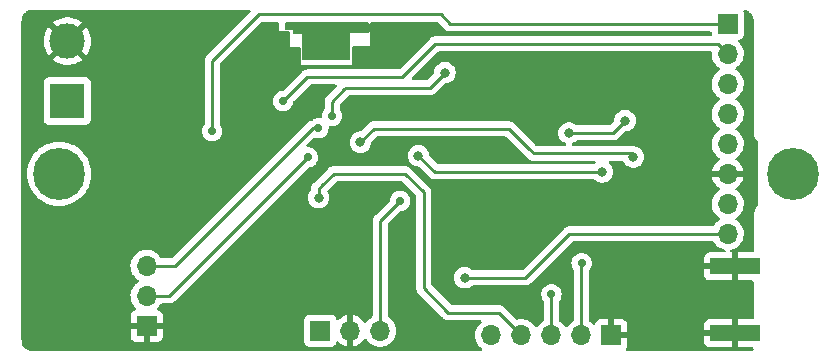
<source format=gbr>
%TF.GenerationSoftware,KiCad,Pcbnew,(6.0.1)*%
%TF.CreationDate,2023-03-06T20:27:36-05:00*%
%TF.ProjectId,PCBFiles_Node,50434246-696c-4657-935f-4e6f64652e6b,rev?*%
%TF.SameCoordinates,Original*%
%TF.FileFunction,Copper,L2,Bot*%
%TF.FilePolarity,Positive*%
%FSLAX46Y46*%
G04 Gerber Fmt 4.6, Leading zero omitted, Abs format (unit mm)*
G04 Created by KiCad (PCBNEW (6.0.1)) date 2023-03-06 20:27:36*
%MOMM*%
%LPD*%
G01*
G04 APERTURE LIST*
%TA.AperFunction,ComponentPad*%
%ADD10R,3.000000X3.000000*%
%TD*%
%TA.AperFunction,ComponentPad*%
%ADD11C,3.000000*%
%TD*%
%TA.AperFunction,ComponentPad*%
%ADD12C,4.400000*%
%TD*%
%TA.AperFunction,ComponentPad*%
%ADD13R,1.700000X1.700000*%
%TD*%
%TA.AperFunction,ComponentPad*%
%ADD14O,1.700000X1.700000*%
%TD*%
%TA.AperFunction,SMDPad,CuDef*%
%ADD15R,4.200000X1.350000*%
%TD*%
%TA.AperFunction,ViaPad*%
%ADD16C,0.700000*%
%TD*%
%TA.AperFunction,ViaPad*%
%ADD17C,0.800000*%
%TD*%
%TA.AperFunction,ViaPad*%
%ADD18C,0.900000*%
%TD*%
%TA.AperFunction,Conductor*%
%ADD19C,0.250000*%
%TD*%
G04 APERTURE END LIST*
D10*
%TO.P,J1,1,Pin_1*%
%TO.N,+5V*%
X48200000Y-92140000D03*
D11*
%TO.P,J1,2,Pin_2*%
%TO.N,GND*%
X48200000Y-87060000D03*
%TD*%
D12*
%TO.P,H1,1*%
%TO.N,N/C*%
X109600000Y-98300000D03*
%TD*%
D13*
%TO.P,J4,1,Pin_1*%
%TO.N,GND*%
X94240000Y-111960000D03*
D14*
%TO.P,J4,2,Pin_2*%
%TO.N,I2C1_SDA*%
X91700000Y-111960000D03*
%TO.P,J4,3,Pin_3*%
%TO.N,I2C1_SCL*%
X89160000Y-111960000D03*
%TO.P,J4,4,Pin_4*%
%TO.N,RESET_SHT31*%
X86620000Y-111960000D03*
%TO.P,J4,5,Pin_5*%
%TO.N,+3V3*%
X84080000Y-111960000D03*
%TD*%
D12*
%TO.P,H2,1*%
%TO.N,N/C*%
X47500000Y-98300000D03*
%TD*%
D13*
%TO.P,J2,1,Pin_1*%
%TO.N,SWDIO*%
X69600000Y-111575000D03*
D14*
%TO.P,J2,2,Pin_2*%
%TO.N,GND*%
X72140000Y-111575000D03*
%TO.P,J2,3,Pin_3*%
%TO.N,SWCLK*%
X74680000Y-111575000D03*
%TD*%
D15*
%TO.P,J7,2,Ext*%
%TO.N,GND*%
X104700000Y-106145000D03*
X104700000Y-111795000D03*
%TD*%
D13*
%TO.P,J5,1,Pin_1*%
%TO.N,GND*%
X54900000Y-111180000D03*
D14*
%TO.P,J5,2,Pin_2*%
%TO.N,LPUART1_TX*%
X54900000Y-108640000D03*
%TO.P,J5,3,Pin_3*%
%TO.N,LPUART1_RX*%
X54900000Y-106100000D03*
%TD*%
D13*
%TO.P,J3,1,Pin_1*%
%TO.N,V_GAS*%
X104100000Y-85600000D03*
D14*
%TO.P,J3,2,Pin_2*%
%TO.N,V_REF_IN*%
X104100000Y-88140000D03*
%TO.P,J3,3,Pin_3*%
%TO.N,unconnected-(J3-Pad3)*%
X104100000Y-90680000D03*
%TO.P,J3,4,Pin_4*%
%TO.N,unconnected-(J3-Pad4)*%
X104100000Y-93220000D03*
%TO.P,J3,5,Pin_5*%
%TO.N,unconnected-(J3-Pad5)*%
X104100000Y-95760000D03*
%TO.P,J3,6,Pin_6*%
%TO.N,GND*%
X104100000Y-98300000D03*
%TO.P,J3,7,Pin_7*%
%TO.N,unconnected-(J3-Pad7)*%
X104100000Y-100840000D03*
%TO.P,J3,8,Pin_8*%
%TO.N,Net-(D1-Pad1)*%
X104100000Y-103380000D03*
%TD*%
D16*
%TO.N,I2C1_SCL*%
X89180000Y-108510000D03*
D17*
X90660000Y-94840000D03*
X95410000Y-93800000D03*
D18*
%TO.N,GND*%
X89610000Y-89650000D03*
D16*
X61510000Y-98510000D03*
X66920000Y-85810000D03*
X73300000Y-85910000D03*
D18*
X82440000Y-95980000D03*
D16*
X80100000Y-92540000D03*
X53400000Y-90950000D03*
X57880000Y-111270000D03*
X67600000Y-87900000D03*
X56460000Y-94960000D03*
D18*
X82410000Y-108960000D03*
D16*
X65660000Y-86570000D03*
X77590000Y-93030000D03*
X75600000Y-86800000D03*
X72700000Y-105200000D03*
X52030000Y-90080000D03*
X51360000Y-100780000D03*
X72800000Y-87790000D03*
D18*
X102240000Y-99220000D03*
D16*
X65130000Y-93580000D03*
X50630000Y-87120000D03*
X61510000Y-91990000D03*
X65390000Y-111250000D03*
X97830000Y-106960000D03*
X51900000Y-88420000D03*
%TO.N,I2C1_SDA*%
X91730000Y-105880000D03*
%TO.N,NRST*%
X70600000Y-93400000D03*
D17*
X80160000Y-89740000D03*
%TO.N,Net-(D1-Pad1)*%
X81830000Y-107100000D03*
%TO.N,BATT_IND*%
X96110000Y-96880000D03*
X73000000Y-95620000D03*
%TO.N,DIO0_RFM9X*%
X77920000Y-96770000D03*
X93480000Y-98130000D03*
D16*
%TO.N,V_REF_IN*%
X66450000Y-92150000D03*
%TO.N,V_GAS*%
X60450000Y-94700000D03*
%TO.N,SWCLK*%
X76370000Y-100590000D03*
%TO.N,LPUART1_TX*%
X68550000Y-96900000D03*
%TO.N,LPUART1_RX*%
X69450000Y-94450000D03*
D17*
%TO.N,RESET_SHT31*%
X69460000Y-100320000D03*
%TD*%
D19*
%TO.N,I2C1_SCL*%
X94370000Y-94840000D02*
X95410000Y-93800000D01*
X89160000Y-108530000D02*
X89180000Y-108510000D01*
X90660000Y-94840000D02*
X94370000Y-94840000D01*
X89160000Y-111960000D02*
X89160000Y-108530000D01*
%TO.N,I2C1_SDA*%
X91700000Y-105910000D02*
X91730000Y-105880000D01*
X91700000Y-111960000D02*
X91700000Y-105910000D01*
%TO.N,NRST*%
X78900000Y-91000000D02*
X80160000Y-89740000D01*
X70600000Y-93400000D02*
X70600000Y-92200000D01*
X71650000Y-91150000D02*
X71800000Y-91000000D01*
X71800000Y-91000000D02*
X76600000Y-91000000D01*
X76600000Y-91000000D02*
X78900000Y-91000000D01*
X70600000Y-92200000D02*
X71650000Y-91150000D01*
%TO.N,Net-(D1-Pad1)*%
X90700000Y-103380000D02*
X104100000Y-103380000D01*
X81830000Y-107100000D02*
X86980000Y-107100000D01*
X86980000Y-107100000D02*
X90700000Y-103380000D01*
%TO.N,BATT_IND*%
X87660000Y-96580000D02*
X94940000Y-96580000D01*
X85570000Y-94490000D02*
X87250000Y-96170000D01*
X95810000Y-96580000D02*
X96110000Y-96880000D01*
X83840000Y-94490000D02*
X85570000Y-94490000D01*
X87250000Y-96170000D02*
X87660000Y-96580000D01*
X73000000Y-95620000D02*
X74130000Y-94490000D01*
X94940000Y-96580000D02*
X95810000Y-96580000D01*
X74130000Y-94490000D02*
X83840000Y-94490000D01*
%TO.N,DIO0_RFM9X*%
X79280000Y-98130000D02*
X77920000Y-96770000D01*
X93480000Y-98130000D02*
X79280000Y-98130000D01*
%TO.N,V_REF_IN*%
X68500000Y-90100000D02*
X66450000Y-92150000D01*
X104100000Y-88140000D02*
X103250000Y-87290000D01*
X79360000Y-87290000D02*
X76550000Y-90100000D01*
X103250000Y-87290000D02*
X79360000Y-87290000D01*
X76550000Y-90100000D02*
X68500000Y-90100000D01*
%TO.N,V_GAS*%
X60450000Y-94700000D02*
X60450000Y-88750000D01*
X64400000Y-84800000D02*
X60450000Y-88750000D01*
X80600000Y-85600000D02*
X79800000Y-84800000D01*
X79800000Y-84800000D02*
X64400000Y-84800000D01*
X104100000Y-85600000D02*
X80600000Y-85600000D01*
%TO.N,SWCLK*%
X74680000Y-111575000D02*
X74680000Y-102280000D01*
X74680000Y-102280000D02*
X76370000Y-100590000D01*
%TO.N,LPUART1_TX*%
X54900000Y-108640000D02*
X56810000Y-108640000D01*
X56810000Y-108640000D02*
X68550000Y-96900000D01*
%TO.N,LPUART1_RX*%
X57300000Y-106100000D02*
X68950000Y-94450000D01*
X54900000Y-106100000D02*
X57300000Y-106100000D01*
X68950000Y-94450000D02*
X69450000Y-94450000D01*
%TO.N,RESET_SHT31*%
X84210000Y-110050000D02*
X80440000Y-110050000D01*
X69460000Y-99560000D02*
X69460000Y-100320000D01*
X84710000Y-110050000D02*
X84210000Y-110050000D01*
X76780000Y-98290000D02*
X70730000Y-98290000D01*
X78360000Y-100100000D02*
X78360000Y-99870000D01*
X69750000Y-99270000D02*
X69460000Y-99560000D01*
X86620000Y-111960000D02*
X84710000Y-110050000D01*
X80440000Y-110050000D02*
X78360000Y-107970000D01*
X78360000Y-107970000D02*
X78360000Y-100100000D01*
X78360000Y-99870000D02*
X76780000Y-98290000D01*
X70730000Y-98290000D02*
X69750000Y-99270000D01*
%TD*%
%TA.AperFunction,Conductor*%
%TO.N,GND*%
G36*
X73642121Y-85453502D02*
G01*
X73688614Y-85507158D01*
X73700000Y-85559500D01*
X73700000Y-86274000D01*
X73679998Y-86342121D01*
X73626342Y-86388614D01*
X73574000Y-86400000D01*
X72100000Y-86400000D01*
X72100000Y-88574000D01*
X72079998Y-88642121D01*
X72026342Y-88688614D01*
X71974000Y-88700000D01*
X68226000Y-88700000D01*
X68157879Y-88679998D01*
X68111386Y-88626342D01*
X68100000Y-88574000D01*
X68100000Y-86500000D01*
X67426000Y-86500000D01*
X67357879Y-86479998D01*
X67311386Y-86426342D01*
X67300000Y-86374000D01*
X67300000Y-86100000D01*
X66726000Y-86100000D01*
X66657879Y-86079998D01*
X66611386Y-86026342D01*
X66600000Y-85974000D01*
X66600000Y-85559500D01*
X66620002Y-85491379D01*
X66673658Y-85444886D01*
X66726000Y-85433500D01*
X73574000Y-85433500D01*
X73642121Y-85453502D01*
G37*
%TD.AperFunction*%
%TD*%
%TA.AperFunction,Conductor*%
%TO.N,GND*%
G36*
X74200000Y-86300000D02*
G01*
X73400000Y-86300000D01*
X73400000Y-85600000D01*
X74200000Y-85600000D01*
X74200000Y-86300000D01*
G37*
%TD.AperFunction*%
%TD*%
%TA.AperFunction,Conductor*%
%TO.N,GND*%
G36*
X63661035Y-84426984D02*
G01*
X63707531Y-84480637D01*
X63717638Y-84550911D01*
X63688149Y-84615493D01*
X63682016Y-84622080D01*
X61809649Y-86494446D01*
X60057747Y-88246348D01*
X60049461Y-88253888D01*
X60042982Y-88258000D01*
X60037557Y-88263777D01*
X59996357Y-88307651D01*
X59993602Y-88310493D01*
X59973865Y-88330230D01*
X59971385Y-88333427D01*
X59963682Y-88342447D01*
X59933414Y-88374679D01*
X59929595Y-88381625D01*
X59929593Y-88381628D01*
X59923652Y-88392434D01*
X59912801Y-88408953D01*
X59900386Y-88424959D01*
X59897241Y-88432228D01*
X59897238Y-88432232D01*
X59882826Y-88465537D01*
X59877609Y-88476187D01*
X59856305Y-88514940D01*
X59854334Y-88522615D01*
X59854334Y-88522616D01*
X59851267Y-88534562D01*
X59844863Y-88553266D01*
X59836819Y-88571855D01*
X59835580Y-88579678D01*
X59835577Y-88579688D01*
X59829901Y-88615524D01*
X59827495Y-88627144D01*
X59818472Y-88662289D01*
X59816500Y-88669970D01*
X59816500Y-88690224D01*
X59814949Y-88709934D01*
X59811780Y-88729943D01*
X59812526Y-88737835D01*
X59815941Y-88773961D01*
X59816500Y-88785819D01*
X59816500Y-94072198D01*
X59796498Y-94140319D01*
X59784137Y-94156508D01*
X59775550Y-94166045D01*
X59757134Y-94186498D01*
X59751633Y-94192607D01*
X59748330Y-94198328D01*
X59681529Y-94314031D01*
X59661401Y-94348893D01*
X59605635Y-94520525D01*
X59586771Y-94700000D01*
X59587461Y-94706565D01*
X59602261Y-94847370D01*
X59605635Y-94879475D01*
X59607675Y-94885753D01*
X59607675Y-94885754D01*
X59638825Y-94981625D01*
X59661401Y-95051107D01*
X59664704Y-95056829D01*
X59664705Y-95056830D01*
X59677013Y-95078148D01*
X59751633Y-95207393D01*
X59756051Y-95212300D01*
X59756052Y-95212301D01*
X59805197Y-95266882D01*
X59872387Y-95341504D01*
X59877729Y-95345385D01*
X59877731Y-95345387D01*
X60010977Y-95442196D01*
X60018385Y-95447578D01*
X60024413Y-95450262D01*
X60024415Y-95450263D01*
X60177217Y-95518295D01*
X60183248Y-95520980D01*
X60260316Y-95537361D01*
X60353311Y-95557128D01*
X60353315Y-95557128D01*
X60359768Y-95558500D01*
X60540232Y-95558500D01*
X60546685Y-95557128D01*
X60546689Y-95557128D01*
X60639684Y-95537361D01*
X60716752Y-95520980D01*
X60722783Y-95518295D01*
X60875585Y-95450263D01*
X60875587Y-95450262D01*
X60881615Y-95447578D01*
X60889023Y-95442196D01*
X61022269Y-95345387D01*
X61022271Y-95345385D01*
X61027613Y-95341504D01*
X61094803Y-95266882D01*
X61143948Y-95212301D01*
X61143949Y-95212300D01*
X61148367Y-95207393D01*
X61222987Y-95078148D01*
X61235295Y-95056830D01*
X61235296Y-95056829D01*
X61238599Y-95051107D01*
X61261175Y-94981625D01*
X61292325Y-94885754D01*
X61292325Y-94885753D01*
X61294365Y-94879475D01*
X61297740Y-94847370D01*
X61312539Y-94706565D01*
X61313229Y-94700000D01*
X61294365Y-94520525D01*
X61238599Y-94348893D01*
X61218472Y-94314031D01*
X61151670Y-94198328D01*
X61148367Y-94192607D01*
X61142867Y-94186498D01*
X61124450Y-94166045D01*
X61115864Y-94156509D01*
X61085147Y-94092501D01*
X61083500Y-94072198D01*
X61083500Y-89064594D01*
X61103502Y-88996473D01*
X61120405Y-88975499D01*
X64625499Y-85470405D01*
X64687811Y-85436379D01*
X64714594Y-85433500D01*
X65974000Y-85433500D01*
X66042121Y-85453502D01*
X66088614Y-85507158D01*
X66100000Y-85559500D01*
X66100000Y-86200000D01*
X66874000Y-86200000D01*
X66942121Y-86220002D01*
X66988614Y-86273658D01*
X67000000Y-86326000D01*
X67000000Y-87600000D01*
X67874000Y-87600000D01*
X67942121Y-87620002D01*
X67988614Y-87673658D01*
X68000000Y-87726000D01*
X68000000Y-89100000D01*
X72300000Y-89100000D01*
X72300000Y-87626000D01*
X72320002Y-87557879D01*
X72373658Y-87511386D01*
X72426000Y-87500000D01*
X73800000Y-87500000D01*
X73800000Y-85559500D01*
X73820002Y-85491379D01*
X73873658Y-85444886D01*
X73926000Y-85433500D01*
X79485405Y-85433500D01*
X79553526Y-85453502D01*
X79574501Y-85470405D01*
X80096353Y-85992258D01*
X80103887Y-86000537D01*
X80108000Y-86007018D01*
X80157651Y-86053643D01*
X80160493Y-86056398D01*
X80180230Y-86076135D01*
X80183427Y-86078615D01*
X80192447Y-86086318D01*
X80224679Y-86116586D01*
X80231625Y-86120405D01*
X80231628Y-86120407D01*
X80242434Y-86126348D01*
X80258953Y-86137199D01*
X80274959Y-86149614D01*
X80282228Y-86152759D01*
X80282232Y-86152762D01*
X80315537Y-86167174D01*
X80326187Y-86172391D01*
X80364940Y-86193695D01*
X80372615Y-86195666D01*
X80372616Y-86195666D01*
X80384562Y-86198733D01*
X80403267Y-86205137D01*
X80421855Y-86213181D01*
X80429678Y-86214420D01*
X80429688Y-86214423D01*
X80465524Y-86220099D01*
X80477144Y-86222505D01*
X80512289Y-86231528D01*
X80519970Y-86233500D01*
X80540224Y-86233500D01*
X80559934Y-86235051D01*
X80579943Y-86238220D01*
X80587835Y-86237474D01*
X80623961Y-86234059D01*
X80635819Y-86233500D01*
X102615500Y-86233500D01*
X102683621Y-86253502D01*
X102730114Y-86307158D01*
X102741500Y-86359500D01*
X102741500Y-86498134D01*
X102741869Y-86501528D01*
X102743538Y-86516891D01*
X102731011Y-86586773D01*
X102682691Y-86638790D01*
X102618275Y-86656500D01*
X79438767Y-86656500D01*
X79427584Y-86655973D01*
X79420091Y-86654298D01*
X79412165Y-86654547D01*
X79412164Y-86654547D01*
X79352014Y-86656438D01*
X79348055Y-86656500D01*
X79320144Y-86656500D01*
X79316210Y-86656997D01*
X79316209Y-86656997D01*
X79316144Y-86657005D01*
X79304307Y-86657938D01*
X79272490Y-86658938D01*
X79268029Y-86659078D01*
X79260110Y-86659327D01*
X79242454Y-86664456D01*
X79240658Y-86664978D01*
X79221306Y-86668986D01*
X79214235Y-86669880D01*
X79201203Y-86671526D01*
X79193834Y-86674443D01*
X79193832Y-86674444D01*
X79160097Y-86687800D01*
X79148869Y-86691645D01*
X79106407Y-86703982D01*
X79099584Y-86708017D01*
X79099582Y-86708018D01*
X79088972Y-86714293D01*
X79071224Y-86722988D01*
X79052383Y-86730448D01*
X79045967Y-86735110D01*
X79045966Y-86735110D01*
X79016613Y-86756436D01*
X79006693Y-86762952D01*
X78975465Y-86781420D01*
X78975462Y-86781422D01*
X78968638Y-86785458D01*
X78954317Y-86799779D01*
X78939284Y-86812619D01*
X78922893Y-86824528D01*
X78917842Y-86830634D01*
X78894702Y-86858605D01*
X78886712Y-86867384D01*
X76324500Y-89429595D01*
X76262188Y-89463621D01*
X76235405Y-89466500D01*
X68578767Y-89466500D01*
X68567584Y-89465973D01*
X68560091Y-89464298D01*
X68552165Y-89464547D01*
X68552164Y-89464547D01*
X68492001Y-89466438D01*
X68488043Y-89466500D01*
X68460144Y-89466500D01*
X68456154Y-89467004D01*
X68444320Y-89467936D01*
X68400111Y-89469326D01*
X68392497Y-89471538D01*
X68392492Y-89471539D01*
X68380659Y-89474977D01*
X68361296Y-89478988D01*
X68341203Y-89481526D01*
X68333836Y-89484443D01*
X68333831Y-89484444D01*
X68300092Y-89497802D01*
X68288865Y-89501646D01*
X68246407Y-89513982D01*
X68239581Y-89518019D01*
X68228972Y-89524293D01*
X68211224Y-89532988D01*
X68192383Y-89540448D01*
X68185967Y-89545110D01*
X68185966Y-89545110D01*
X68156613Y-89566436D01*
X68146693Y-89572952D01*
X68115465Y-89591420D01*
X68115462Y-89591422D01*
X68108638Y-89595458D01*
X68094317Y-89609779D01*
X68079284Y-89622619D01*
X68062893Y-89634528D01*
X68057842Y-89640634D01*
X68034702Y-89668605D01*
X68026712Y-89677384D01*
X66449500Y-91254595D01*
X66387188Y-91288621D01*
X66372869Y-91290160D01*
X66372937Y-91290810D01*
X66366370Y-91291500D01*
X66359768Y-91291500D01*
X66353315Y-91292872D01*
X66353311Y-91292872D01*
X66271508Y-91310260D01*
X66183248Y-91329020D01*
X66177219Y-91331704D01*
X66177217Y-91331705D01*
X66024416Y-91399737D01*
X66024414Y-91399738D01*
X66018386Y-91402422D01*
X66013045Y-91406302D01*
X66013044Y-91406303D01*
X65877731Y-91504613D01*
X65877729Y-91504615D01*
X65872387Y-91508496D01*
X65867966Y-91513406D01*
X65867965Y-91513407D01*
X65759330Y-91634059D01*
X65751633Y-91642607D01*
X65661401Y-91798893D01*
X65659359Y-91805178D01*
X65620038Y-91926198D01*
X65605635Y-91970525D01*
X65604945Y-91977088D01*
X65604945Y-91977089D01*
X65587461Y-92143435D01*
X65586771Y-92150000D01*
X65587461Y-92156565D01*
X65594851Y-92226870D01*
X65605635Y-92329475D01*
X65607675Y-92335753D01*
X65607675Y-92335754D01*
X65624741Y-92388277D01*
X65661401Y-92501107D01*
X65751633Y-92657393D01*
X65872387Y-92791504D01*
X65877729Y-92795385D01*
X65877731Y-92795387D01*
X66013043Y-92893697D01*
X66018385Y-92897578D01*
X66024413Y-92900262D01*
X66024415Y-92900263D01*
X66093914Y-92931206D01*
X66183248Y-92970980D01*
X66271508Y-92989740D01*
X66353311Y-93007128D01*
X66353315Y-93007128D01*
X66359768Y-93008500D01*
X66540232Y-93008500D01*
X66546685Y-93007128D01*
X66546689Y-93007128D01*
X66628492Y-92989740D01*
X66716752Y-92970980D01*
X66806086Y-92931206D01*
X66875585Y-92900263D01*
X66875587Y-92900262D01*
X66881615Y-92897578D01*
X66886957Y-92893697D01*
X67022269Y-92795387D01*
X67022271Y-92795385D01*
X67027613Y-92791504D01*
X67148367Y-92657393D01*
X67238599Y-92501107D01*
X67275259Y-92388277D01*
X67292325Y-92335754D01*
X67292325Y-92335753D01*
X67294365Y-92329475D01*
X67304727Y-92230887D01*
X67331740Y-92165230D01*
X67340942Y-92154962D01*
X68725500Y-90770405D01*
X68787812Y-90736379D01*
X68814595Y-90733500D01*
X70866405Y-90733500D01*
X70934526Y-90753502D01*
X70981019Y-90807158D01*
X70991123Y-90877432D01*
X70961629Y-90942012D01*
X70955500Y-90948595D01*
X70207747Y-91696348D01*
X70199461Y-91703888D01*
X70192982Y-91708000D01*
X70187557Y-91713777D01*
X70146357Y-91757651D01*
X70143602Y-91760493D01*
X70123865Y-91780230D01*
X70121385Y-91783427D01*
X70113682Y-91792447D01*
X70083414Y-91824679D01*
X70079595Y-91831625D01*
X70079593Y-91831628D01*
X70073652Y-91842434D01*
X70062801Y-91858953D01*
X70050386Y-91874959D01*
X70047241Y-91882228D01*
X70047238Y-91882232D01*
X70032826Y-91915537D01*
X70027609Y-91926187D01*
X70006305Y-91964940D01*
X70004334Y-91972615D01*
X70004334Y-91972616D01*
X70001267Y-91984562D01*
X69994863Y-92003266D01*
X69986819Y-92021855D01*
X69985580Y-92029678D01*
X69985577Y-92029688D01*
X69979901Y-92065524D01*
X69977495Y-92077144D01*
X69968472Y-92112289D01*
X69966500Y-92119970D01*
X69966500Y-92140224D01*
X69964949Y-92159934D01*
X69961780Y-92179943D01*
X69962526Y-92187835D01*
X69965941Y-92223961D01*
X69966500Y-92235819D01*
X69966500Y-92772198D01*
X69946498Y-92840319D01*
X69934137Y-92856508D01*
X69901633Y-92892607D01*
X69898330Y-92898328D01*
X69836052Y-93006197D01*
X69811401Y-93048893D01*
X69755635Y-93220525D01*
X69736771Y-93400000D01*
X69737461Y-93406565D01*
X69743722Y-93466131D01*
X69730950Y-93535969D01*
X69682449Y-93587816D01*
X69613616Y-93605211D01*
X69592216Y-93602549D01*
X69556895Y-93595042D01*
X69540232Y-93591500D01*
X69359768Y-93591500D01*
X69353315Y-93592872D01*
X69353311Y-93592872D01*
X69272392Y-93610072D01*
X69183248Y-93629020D01*
X69177219Y-93631704D01*
X69177217Y-93631705D01*
X69024416Y-93699737D01*
X69024414Y-93699738D01*
X69018386Y-93702422D01*
X69013045Y-93706302D01*
X69013044Y-93706303D01*
X68880180Y-93802834D01*
X68841274Y-93821894D01*
X68830663Y-93824977D01*
X68811300Y-93828987D01*
X68799070Y-93830532D01*
X68799069Y-93830532D01*
X68791203Y-93831526D01*
X68783832Y-93834445D01*
X68783830Y-93834445D01*
X68750088Y-93847804D01*
X68738858Y-93851649D01*
X68704017Y-93861771D01*
X68704016Y-93861771D01*
X68696407Y-93863982D01*
X68689588Y-93868015D01*
X68689583Y-93868017D01*
X68678972Y-93874293D01*
X68661224Y-93882988D01*
X68642383Y-93890448D01*
X68635967Y-93895110D01*
X68635966Y-93895110D01*
X68606613Y-93916436D01*
X68596693Y-93922952D01*
X68565465Y-93941420D01*
X68565462Y-93941422D01*
X68558638Y-93945458D01*
X68544317Y-93959779D01*
X68529284Y-93972619D01*
X68512893Y-93984528D01*
X68507842Y-93990634D01*
X68484702Y-94018605D01*
X68476712Y-94027384D01*
X57074500Y-105429595D01*
X57012188Y-105463621D01*
X56985405Y-105466500D01*
X56176805Y-105466500D01*
X56108684Y-105446498D01*
X56071013Y-105408940D01*
X55982822Y-105272617D01*
X55982820Y-105272614D01*
X55980014Y-105268277D01*
X55829670Y-105103051D01*
X55825619Y-105099852D01*
X55825615Y-105099848D01*
X55658414Y-104967800D01*
X55658410Y-104967798D01*
X55654359Y-104964598D01*
X55458789Y-104856638D01*
X55453920Y-104854914D01*
X55453916Y-104854912D01*
X55253087Y-104783795D01*
X55253083Y-104783794D01*
X55248212Y-104782069D01*
X55243119Y-104781162D01*
X55243116Y-104781161D01*
X55033373Y-104743800D01*
X55033367Y-104743799D01*
X55028284Y-104742894D01*
X54954452Y-104741992D01*
X54810081Y-104740228D01*
X54810079Y-104740228D01*
X54804911Y-104740165D01*
X54584091Y-104773955D01*
X54371756Y-104843357D01*
X54173607Y-104946507D01*
X54169474Y-104949610D01*
X54169471Y-104949612D01*
X54020177Y-105061705D01*
X53994965Y-105080635D01*
X53840629Y-105242138D01*
X53714743Y-105426680D01*
X53620688Y-105629305D01*
X53560989Y-105844570D01*
X53537251Y-106066695D01*
X53550110Y-106289715D01*
X53551247Y-106294761D01*
X53551248Y-106294767D01*
X53555304Y-106312763D01*
X53599222Y-106507639D01*
X53683266Y-106714616D01*
X53702816Y-106746518D01*
X53777144Y-106867811D01*
X53799987Y-106905088D01*
X53946250Y-107073938D01*
X54118126Y-107216632D01*
X54188595Y-107257811D01*
X54191445Y-107259476D01*
X54240169Y-107311114D01*
X54253240Y-107380897D01*
X54226509Y-107446669D01*
X54186055Y-107480027D01*
X54173607Y-107486507D01*
X54169474Y-107489610D01*
X54169471Y-107489612D01*
X53999100Y-107617530D01*
X53994965Y-107620635D01*
X53950652Y-107667006D01*
X53887584Y-107733003D01*
X53840629Y-107782138D01*
X53837715Y-107786410D01*
X53837714Y-107786411D01*
X53768935Y-107887237D01*
X53714743Y-107966680D01*
X53670511Y-108061970D01*
X53628178Y-108153170D01*
X53620688Y-108169305D01*
X53560989Y-108384570D01*
X53537251Y-108606695D01*
X53537548Y-108611848D01*
X53537548Y-108611851D01*
X53542024Y-108689475D01*
X53550110Y-108829715D01*
X53551247Y-108834761D01*
X53551248Y-108834767D01*
X53558474Y-108866830D01*
X53599222Y-109047639D01*
X53659014Y-109194890D01*
X53676662Y-109238351D01*
X53683266Y-109254616D01*
X53702816Y-109286518D01*
X53794920Y-109436819D01*
X53799987Y-109445088D01*
X53803367Y-109448990D01*
X53813009Y-109460121D01*
X53946250Y-109613938D01*
X53950225Y-109617238D01*
X53950231Y-109617244D01*
X53955425Y-109621556D01*
X53995059Y-109680460D01*
X53996555Y-109751441D01*
X53959439Y-109811962D01*
X53919168Y-109836480D01*
X53811946Y-109876676D01*
X53796351Y-109885214D01*
X53694276Y-109961715D01*
X53681715Y-109974276D01*
X53605214Y-110076351D01*
X53596676Y-110091946D01*
X53551522Y-110212394D01*
X53547895Y-110227649D01*
X53542369Y-110278514D01*
X53542000Y-110285328D01*
X53542000Y-110907885D01*
X53546475Y-110923124D01*
X53547865Y-110924329D01*
X53555548Y-110926000D01*
X56239884Y-110926000D01*
X56255123Y-110921525D01*
X56256328Y-110920135D01*
X56257999Y-110912452D01*
X56257999Y-110285331D01*
X56257629Y-110278510D01*
X56252105Y-110227648D01*
X56248479Y-110212396D01*
X56203324Y-110091946D01*
X56194786Y-110076351D01*
X56118285Y-109974276D01*
X56105724Y-109961715D01*
X56003649Y-109885214D01*
X55988054Y-109876676D01*
X55877813Y-109835348D01*
X55821049Y-109792706D01*
X55796349Y-109726145D01*
X55811557Y-109656796D01*
X55833104Y-109628115D01*
X55934430Y-109527144D01*
X55934440Y-109527132D01*
X55938096Y-109523489D01*
X55989993Y-109451267D01*
X56065435Y-109346277D01*
X56068453Y-109342077D01*
X56070746Y-109337437D01*
X56072446Y-109334608D01*
X56124674Y-109286518D01*
X56180451Y-109273500D01*
X56731233Y-109273500D01*
X56742416Y-109274027D01*
X56749909Y-109275702D01*
X56757835Y-109275453D01*
X56757836Y-109275453D01*
X56817986Y-109273562D01*
X56821945Y-109273500D01*
X56849856Y-109273500D01*
X56853791Y-109273003D01*
X56853856Y-109272995D01*
X56865693Y-109272062D01*
X56897951Y-109271048D01*
X56901970Y-109270922D01*
X56909889Y-109270673D01*
X56929343Y-109265021D01*
X56948700Y-109261013D01*
X56960930Y-109259468D01*
X56960931Y-109259468D01*
X56968797Y-109258474D01*
X56976168Y-109255555D01*
X56976170Y-109255555D01*
X57009912Y-109242196D01*
X57021142Y-109238351D01*
X57055983Y-109228229D01*
X57055984Y-109228229D01*
X57063593Y-109226018D01*
X57070412Y-109221985D01*
X57070417Y-109221983D01*
X57081028Y-109215707D01*
X57098776Y-109207012D01*
X57117617Y-109199552D01*
X57153387Y-109173564D01*
X57163307Y-109167048D01*
X57194535Y-109148580D01*
X57194538Y-109148578D01*
X57201362Y-109144542D01*
X57215683Y-109130221D01*
X57230717Y-109117380D01*
X57233182Y-109115589D01*
X57247107Y-109105472D01*
X57275298Y-109071395D01*
X57283288Y-109062616D01*
X68550499Y-97795405D01*
X68612811Y-97761379D01*
X68627131Y-97759840D01*
X68627063Y-97759190D01*
X68633630Y-97758500D01*
X68640232Y-97758500D01*
X68646685Y-97757128D01*
X68646689Y-97757128D01*
X68750279Y-97735109D01*
X68816752Y-97720980D01*
X68863602Y-97700121D01*
X68975585Y-97650263D01*
X68975587Y-97650262D01*
X68981615Y-97647578D01*
X69003575Y-97631623D01*
X69122269Y-97545387D01*
X69122271Y-97545385D01*
X69127613Y-97541504D01*
X69207528Y-97452749D01*
X69243948Y-97412301D01*
X69243949Y-97412300D01*
X69248367Y-97407393D01*
X69338599Y-97251107D01*
X69384082Y-97111122D01*
X69392325Y-97085754D01*
X69392325Y-97085753D01*
X69394365Y-97079475D01*
X69395369Y-97069928D01*
X69412539Y-96906565D01*
X69413229Y-96900000D01*
X69410437Y-96873435D01*
X69395055Y-96727089D01*
X69395055Y-96727088D01*
X69394365Y-96720525D01*
X69370196Y-96646138D01*
X69350862Y-96586635D01*
X69338599Y-96548893D01*
X69248367Y-96392607D01*
X69159541Y-96293955D01*
X69132035Y-96263407D01*
X69132034Y-96263406D01*
X69127613Y-96258496D01*
X69119942Y-96252922D01*
X68986957Y-96156303D01*
X68986956Y-96156302D01*
X68981615Y-96152422D01*
X68975587Y-96149738D01*
X68975585Y-96149737D01*
X68822783Y-96081705D01*
X68822781Y-96081705D01*
X68816752Y-96079020D01*
X68728492Y-96060260D01*
X68646689Y-96042872D01*
X68646685Y-96042872D01*
X68640232Y-96041500D01*
X68558595Y-96041500D01*
X68490474Y-96021498D01*
X68443981Y-95967842D01*
X68433877Y-95897568D01*
X68463371Y-95832988D01*
X68469500Y-95826405D01*
X68675905Y-95620000D01*
X72086496Y-95620000D01*
X72087186Y-95626565D01*
X72102088Y-95768345D01*
X72106458Y-95809928D01*
X72165473Y-95991556D01*
X72260960Y-96156944D01*
X72265378Y-96161851D01*
X72265379Y-96161852D01*
X72366388Y-96274034D01*
X72388747Y-96298866D01*
X72442814Y-96338148D01*
X72493008Y-96374616D01*
X72543248Y-96411118D01*
X72549276Y-96413802D01*
X72549278Y-96413803D01*
X72711681Y-96486109D01*
X72717712Y-96488794D01*
X72783925Y-96502868D01*
X72898056Y-96527128D01*
X72898061Y-96527128D01*
X72904513Y-96528500D01*
X73095487Y-96528500D01*
X73101939Y-96527128D01*
X73101944Y-96527128D01*
X73216075Y-96502868D01*
X73282288Y-96488794D01*
X73288319Y-96486109D01*
X73450722Y-96413803D01*
X73450724Y-96413802D01*
X73456752Y-96411118D01*
X73506993Y-96374616D01*
X73557186Y-96338148D01*
X73611253Y-96298866D01*
X73633612Y-96274034D01*
X73734621Y-96161852D01*
X73734622Y-96161851D01*
X73739040Y-96156944D01*
X73834527Y-95991556D01*
X73893542Y-95809928D01*
X73897913Y-95768345D01*
X73905140Y-95699583D01*
X73910907Y-95644706D01*
X73937920Y-95579050D01*
X73947122Y-95568782D01*
X74355499Y-95160405D01*
X74417811Y-95126379D01*
X74444594Y-95123500D01*
X85255406Y-95123500D01*
X85323527Y-95143502D01*
X85344501Y-95160405D01*
X86830230Y-96646135D01*
X86830233Y-96646137D01*
X87156343Y-96972247D01*
X87163887Y-96980537D01*
X87168000Y-96987018D01*
X87173777Y-96992443D01*
X87217667Y-97033658D01*
X87220509Y-97036413D01*
X87240231Y-97056135D01*
X87243355Y-97058558D01*
X87243359Y-97058562D01*
X87243424Y-97058612D01*
X87252445Y-97066317D01*
X87284679Y-97096586D01*
X87291627Y-97100405D01*
X87291629Y-97100407D01*
X87302432Y-97106346D01*
X87318959Y-97117202D01*
X87328698Y-97124757D01*
X87328700Y-97124758D01*
X87334960Y-97129614D01*
X87375540Y-97147174D01*
X87386188Y-97152391D01*
X87414985Y-97168222D01*
X87424940Y-97173695D01*
X87432616Y-97175666D01*
X87432619Y-97175667D01*
X87444562Y-97178733D01*
X87463267Y-97185137D01*
X87481855Y-97193181D01*
X87489678Y-97194420D01*
X87489688Y-97194423D01*
X87525524Y-97200099D01*
X87537144Y-97202505D01*
X87572289Y-97211528D01*
X87579970Y-97213500D01*
X87600224Y-97213500D01*
X87619934Y-97215051D01*
X87639943Y-97218220D01*
X87647835Y-97217474D01*
X87683961Y-97214059D01*
X87695819Y-97213500D01*
X92808034Y-97213500D01*
X92876155Y-97233502D01*
X92922648Y-97287158D01*
X92932752Y-97357432D01*
X92903258Y-97422012D01*
X92882095Y-97441436D01*
X92868747Y-97451134D01*
X92864332Y-97456037D01*
X92859420Y-97460460D01*
X92858295Y-97459211D01*
X92804986Y-97492051D01*
X92771800Y-97496500D01*
X79594595Y-97496500D01*
X79526474Y-97476498D01*
X79505500Y-97459595D01*
X78867122Y-96821217D01*
X78833096Y-96758905D01*
X78830907Y-96745292D01*
X78814232Y-96586635D01*
X78814232Y-96586633D01*
X78813542Y-96580072D01*
X78754527Y-96398444D01*
X78748324Y-96387699D01*
X78673390Y-96257911D01*
X78659040Y-96233056D01*
X78630298Y-96201134D01*
X78535675Y-96096045D01*
X78535674Y-96096044D01*
X78531253Y-96091134D01*
X78376752Y-95978882D01*
X78370724Y-95976198D01*
X78370722Y-95976197D01*
X78208319Y-95903891D01*
X78208318Y-95903891D01*
X78202288Y-95901206D01*
X78108888Y-95881353D01*
X78021944Y-95862872D01*
X78021939Y-95862872D01*
X78015487Y-95861500D01*
X77824513Y-95861500D01*
X77818061Y-95862872D01*
X77818056Y-95862872D01*
X77731112Y-95881353D01*
X77637712Y-95901206D01*
X77631682Y-95903891D01*
X77631681Y-95903891D01*
X77469278Y-95976197D01*
X77469276Y-95976198D01*
X77463248Y-95978882D01*
X77308747Y-96091134D01*
X77304326Y-96096044D01*
X77304325Y-96096045D01*
X77209703Y-96201134D01*
X77180960Y-96233056D01*
X77166610Y-96257911D01*
X77091677Y-96387699D01*
X77085473Y-96398444D01*
X77026458Y-96580072D01*
X77025768Y-96586633D01*
X77025768Y-96586635D01*
X77014897Y-96690072D01*
X77006496Y-96770000D01*
X77007186Y-96776565D01*
X77023407Y-96930896D01*
X77026458Y-96959928D01*
X77085473Y-97141556D01*
X77088776Y-97147278D01*
X77088777Y-97147279D01*
X77113461Y-97190033D01*
X77180960Y-97306944D01*
X77185378Y-97311851D01*
X77185379Y-97311852D01*
X77299609Y-97438717D01*
X77308747Y-97448866D01*
X77463248Y-97561118D01*
X77469276Y-97563802D01*
X77469278Y-97563803D01*
X77631681Y-97636109D01*
X77637712Y-97638794D01*
X77711824Y-97654547D01*
X77818056Y-97677128D01*
X77818061Y-97677128D01*
X77824513Y-97678500D01*
X77880406Y-97678500D01*
X77948527Y-97698502D01*
X77969501Y-97715405D01*
X78776343Y-98522247D01*
X78783887Y-98530537D01*
X78788000Y-98537018D01*
X78793777Y-98542443D01*
X78837667Y-98583658D01*
X78840509Y-98586413D01*
X78860230Y-98606134D01*
X78863425Y-98608612D01*
X78872447Y-98616318D01*
X78904679Y-98646586D01*
X78911628Y-98650406D01*
X78922432Y-98656346D01*
X78938956Y-98667199D01*
X78954959Y-98679613D01*
X78995543Y-98697176D01*
X79006173Y-98702383D01*
X79044940Y-98723695D01*
X79052617Y-98725666D01*
X79052622Y-98725668D01*
X79064558Y-98728732D01*
X79083266Y-98735137D01*
X79101855Y-98743181D01*
X79109680Y-98744420D01*
X79109682Y-98744421D01*
X79145519Y-98750097D01*
X79157140Y-98752504D01*
X79192289Y-98761528D01*
X79199970Y-98763500D01*
X79220231Y-98763500D01*
X79239940Y-98765051D01*
X79259943Y-98768219D01*
X79267835Y-98767473D01*
X79273062Y-98766979D01*
X79303954Y-98764059D01*
X79315811Y-98763500D01*
X92771800Y-98763500D01*
X92839921Y-98783502D01*
X92859147Y-98799843D01*
X92859420Y-98799540D01*
X92864332Y-98803963D01*
X92868747Y-98808866D01*
X93023248Y-98921118D01*
X93029276Y-98923802D01*
X93029278Y-98923803D01*
X93111488Y-98960405D01*
X93197712Y-98998794D01*
X93291112Y-99018647D01*
X93378056Y-99037128D01*
X93378061Y-99037128D01*
X93384513Y-99038500D01*
X93575487Y-99038500D01*
X93581939Y-99037128D01*
X93581944Y-99037128D01*
X93668888Y-99018647D01*
X93762288Y-98998794D01*
X93848512Y-98960405D01*
X93930722Y-98923803D01*
X93930724Y-98923802D01*
X93936752Y-98921118D01*
X94091253Y-98808866D01*
X94127852Y-98768219D01*
X94214621Y-98671852D01*
X94214622Y-98671851D01*
X94219040Y-98666944D01*
X94294053Y-98537018D01*
X94311223Y-98507279D01*
X94311224Y-98507278D01*
X94314527Y-98501556D01*
X94373542Y-98319928D01*
X94375637Y-98300000D01*
X94392814Y-98136565D01*
X94393504Y-98130000D01*
X94383433Y-98034183D01*
X94374232Y-97946635D01*
X94374232Y-97946633D01*
X94373542Y-97940072D01*
X94314527Y-97758444D01*
X94307406Y-97746109D01*
X94277314Y-97693990D01*
X94219040Y-97593056D01*
X94191752Y-97562749D01*
X94095675Y-97456045D01*
X94095674Y-97456044D01*
X94091253Y-97451134D01*
X94077905Y-97441436D01*
X94034551Y-97385213D01*
X94028476Y-97314477D01*
X94061608Y-97251685D01*
X94123428Y-97216774D01*
X94151966Y-97213500D01*
X95180755Y-97213500D01*
X95248876Y-97233502D01*
X95289874Y-97276500D01*
X95367658Y-97411226D01*
X95367661Y-97411231D01*
X95370960Y-97416944D01*
X95375378Y-97421851D01*
X95375379Y-97421852D01*
X95442592Y-97496500D01*
X95498747Y-97558866D01*
X95585084Y-97621594D01*
X95626632Y-97651780D01*
X95653248Y-97671118D01*
X95659276Y-97673802D01*
X95659278Y-97673803D01*
X95808827Y-97740386D01*
X95827712Y-97748794D01*
X95902680Y-97764729D01*
X96008056Y-97787128D01*
X96008061Y-97787128D01*
X96014513Y-97788500D01*
X96205487Y-97788500D01*
X96211939Y-97787128D01*
X96211944Y-97787128D01*
X96317320Y-97764729D01*
X96392288Y-97748794D01*
X96411173Y-97740386D01*
X96560722Y-97673803D01*
X96560724Y-97673802D01*
X96566752Y-97671118D01*
X96593369Y-97651780D01*
X96634916Y-97621594D01*
X96721253Y-97558866D01*
X96777408Y-97496500D01*
X96844621Y-97421852D01*
X96844622Y-97421851D01*
X96849040Y-97416944D01*
X96944527Y-97251556D01*
X97003542Y-97069928D01*
X97004732Y-97058612D01*
X97022814Y-96886565D01*
X97023504Y-96880000D01*
X97014836Y-96797529D01*
X97004232Y-96696635D01*
X97004232Y-96696633D01*
X97003542Y-96690072D01*
X96944527Y-96508444D01*
X96849040Y-96343056D01*
X96812748Y-96302749D01*
X96725675Y-96206045D01*
X96725674Y-96206044D01*
X96721253Y-96201134D01*
X96597833Y-96111464D01*
X96572094Y-96092763D01*
X96572093Y-96092762D01*
X96566752Y-96088882D01*
X96560724Y-96086198D01*
X96560722Y-96086197D01*
X96398319Y-96013891D01*
X96398318Y-96013891D01*
X96392288Y-96011206D01*
X96298887Y-95991353D01*
X96211944Y-95972872D01*
X96211939Y-95972872D01*
X96205487Y-95971500D01*
X96018630Y-95971500D01*
X95989324Y-95967329D01*
X95988145Y-95966819D01*
X95980317Y-95965579D01*
X95980310Y-95965577D01*
X95944476Y-95959901D01*
X95932856Y-95957495D01*
X95897711Y-95948472D01*
X95897710Y-95948472D01*
X95890030Y-95946500D01*
X95869776Y-95946500D01*
X95850065Y-95944949D01*
X95837886Y-95943020D01*
X95830057Y-95941780D01*
X95800786Y-95944547D01*
X95786039Y-95945941D01*
X95774181Y-95946500D01*
X91001176Y-95946500D01*
X90933055Y-95926498D01*
X90886562Y-95872842D01*
X90876458Y-95802568D01*
X90905952Y-95737988D01*
X90949927Y-95705393D01*
X91110722Y-95633803D01*
X91110724Y-95633802D01*
X91116752Y-95631118D01*
X91141091Y-95613435D01*
X91252705Y-95532342D01*
X91271253Y-95518866D01*
X91275668Y-95513963D01*
X91280580Y-95509540D01*
X91281705Y-95510789D01*
X91335014Y-95477949D01*
X91368200Y-95473500D01*
X94291233Y-95473500D01*
X94302416Y-95474027D01*
X94309909Y-95475702D01*
X94317835Y-95475453D01*
X94317836Y-95475453D01*
X94377986Y-95473562D01*
X94381945Y-95473500D01*
X94409856Y-95473500D01*
X94413791Y-95473003D01*
X94413856Y-95472995D01*
X94425693Y-95472062D01*
X94457951Y-95471048D01*
X94461970Y-95470922D01*
X94469889Y-95470673D01*
X94489343Y-95465021D01*
X94508700Y-95461013D01*
X94520930Y-95459468D01*
X94520931Y-95459468D01*
X94528797Y-95458474D01*
X94536168Y-95455555D01*
X94536170Y-95455555D01*
X94569912Y-95442196D01*
X94581142Y-95438351D01*
X94615983Y-95428229D01*
X94615984Y-95428229D01*
X94623593Y-95426018D01*
X94630412Y-95421985D01*
X94630417Y-95421983D01*
X94641028Y-95415707D01*
X94658776Y-95407012D01*
X94677617Y-95399552D01*
X94713387Y-95373564D01*
X94723307Y-95367048D01*
X94754535Y-95348580D01*
X94754538Y-95348578D01*
X94761362Y-95344542D01*
X94775683Y-95330221D01*
X94790717Y-95317380D01*
X94800694Y-95310131D01*
X94807107Y-95305472D01*
X94812157Y-95299368D01*
X94812162Y-95299363D01*
X94835293Y-95271402D01*
X94843283Y-95262621D01*
X95360501Y-94745404D01*
X95422813Y-94711379D01*
X95449596Y-94708500D01*
X95505487Y-94708500D01*
X95511939Y-94707128D01*
X95511944Y-94707128D01*
X95598888Y-94688647D01*
X95692288Y-94668794D01*
X95734339Y-94650072D01*
X95860722Y-94593803D01*
X95860724Y-94593802D01*
X95866752Y-94591118D01*
X95882863Y-94579413D01*
X95954880Y-94527089D01*
X96021253Y-94478866D01*
X96078294Y-94415516D01*
X96144621Y-94341852D01*
X96144622Y-94341851D01*
X96149040Y-94336944D01*
X96232515Y-94192361D01*
X96241223Y-94177279D01*
X96241224Y-94177278D01*
X96244527Y-94171556D01*
X96303542Y-93989928D01*
X96306696Y-93959925D01*
X96322814Y-93806565D01*
X96323504Y-93800000D01*
X96315286Y-93721811D01*
X96304232Y-93616635D01*
X96304232Y-93616633D01*
X96303542Y-93610072D01*
X96244527Y-93428444D01*
X96149040Y-93263056D01*
X96021253Y-93121134D01*
X95866752Y-93008882D01*
X95860724Y-93006198D01*
X95860722Y-93006197D01*
X95698319Y-92933891D01*
X95698318Y-92933891D01*
X95692288Y-92931206D01*
X95598888Y-92911353D01*
X95511944Y-92892872D01*
X95511939Y-92892872D01*
X95505487Y-92891500D01*
X95314513Y-92891500D01*
X95308061Y-92892872D01*
X95308056Y-92892872D01*
X95221112Y-92911353D01*
X95127712Y-92931206D01*
X95121682Y-92933891D01*
X95121681Y-92933891D01*
X94959278Y-93006197D01*
X94959276Y-93006198D01*
X94953248Y-93008882D01*
X94798747Y-93121134D01*
X94670960Y-93263056D01*
X94575473Y-93428444D01*
X94516458Y-93610072D01*
X94515768Y-93616633D01*
X94515768Y-93616635D01*
X94499093Y-93775292D01*
X94472080Y-93840949D01*
X94462878Y-93851218D01*
X94144499Y-94169596D01*
X94082187Y-94203621D01*
X94055404Y-94206500D01*
X91368200Y-94206500D01*
X91300079Y-94186498D01*
X91280853Y-94170157D01*
X91280580Y-94170460D01*
X91275668Y-94166037D01*
X91271253Y-94161134D01*
X91174192Y-94090615D01*
X91122094Y-94052763D01*
X91122093Y-94052762D01*
X91116752Y-94048882D01*
X91110724Y-94046198D01*
X91110722Y-94046197D01*
X90948319Y-93973891D01*
X90948318Y-93973891D01*
X90942288Y-93971206D01*
X90847551Y-93951069D01*
X90761944Y-93932872D01*
X90761939Y-93932872D01*
X90755487Y-93931500D01*
X90564513Y-93931500D01*
X90558061Y-93932872D01*
X90558056Y-93932872D01*
X90472449Y-93951069D01*
X90377712Y-93971206D01*
X90371682Y-93973891D01*
X90371681Y-93973891D01*
X90209278Y-94046197D01*
X90209276Y-94046198D01*
X90203248Y-94048882D01*
X90048747Y-94161134D01*
X90044326Y-94166044D01*
X90044325Y-94166045D01*
X89958672Y-94261173D01*
X89920960Y-94303056D01*
X89871393Y-94388909D01*
X89847026Y-94431114D01*
X89825473Y-94468444D01*
X89766458Y-94650072D01*
X89765768Y-94656633D01*
X89765768Y-94656635D01*
X89754182Y-94766870D01*
X89746496Y-94840000D01*
X89766458Y-95029928D01*
X89825473Y-95211556D01*
X89828776Y-95217278D01*
X89828777Y-95217279D01*
X89854955Y-95262621D01*
X89920960Y-95376944D01*
X89925378Y-95381851D01*
X89925379Y-95381852D01*
X90007452Y-95473003D01*
X90048747Y-95518866D01*
X90142297Y-95586834D01*
X90178910Y-95613435D01*
X90203248Y-95631118D01*
X90209276Y-95633802D01*
X90209278Y-95633803D01*
X90370073Y-95705393D01*
X90424169Y-95751373D01*
X90444818Y-95819300D01*
X90425466Y-95887608D01*
X90372255Y-95934610D01*
X90318824Y-95946500D01*
X87974595Y-95946500D01*
X87906474Y-95926498D01*
X87885499Y-95909595D01*
X87795205Y-95819300D01*
X87669770Y-95693865D01*
X87669756Y-95693852D01*
X86073652Y-94097747D01*
X86066112Y-94089461D01*
X86062000Y-94082982D01*
X86012348Y-94036356D01*
X86009507Y-94033602D01*
X85989770Y-94013865D01*
X85986573Y-94011385D01*
X85977551Y-94003680D01*
X85964116Y-93991064D01*
X85945321Y-93973414D01*
X85938375Y-93969595D01*
X85938372Y-93969593D01*
X85927566Y-93963652D01*
X85911047Y-93952801D01*
X85908814Y-93951069D01*
X85895041Y-93940386D01*
X85887772Y-93937241D01*
X85887768Y-93937238D01*
X85854463Y-93922826D01*
X85843813Y-93917609D01*
X85805060Y-93896305D01*
X85795659Y-93893891D01*
X85790654Y-93892606D01*
X85785437Y-93891267D01*
X85766734Y-93884863D01*
X85755420Y-93879967D01*
X85755419Y-93879967D01*
X85748145Y-93876819D01*
X85740322Y-93875580D01*
X85740312Y-93875577D01*
X85704476Y-93869901D01*
X85692856Y-93867495D01*
X85657711Y-93858472D01*
X85657710Y-93858472D01*
X85650030Y-93856500D01*
X85629776Y-93856500D01*
X85610065Y-93854949D01*
X85607534Y-93854548D01*
X85590057Y-93851780D01*
X85582165Y-93852526D01*
X85546039Y-93855941D01*
X85534181Y-93856500D01*
X74208763Y-93856500D01*
X74197579Y-93855973D01*
X74190091Y-93854299D01*
X74182168Y-93854548D01*
X74122033Y-93856438D01*
X74118075Y-93856500D01*
X74090144Y-93856500D01*
X74086229Y-93856995D01*
X74086225Y-93856995D01*
X74086167Y-93857003D01*
X74086138Y-93857006D01*
X74074296Y-93857939D01*
X74030110Y-93859327D01*
X74014087Y-93863982D01*
X74010658Y-93864978D01*
X73991306Y-93868986D01*
X73984235Y-93869880D01*
X73971203Y-93871526D01*
X73963834Y-93874443D01*
X73963832Y-93874444D01*
X73930097Y-93887800D01*
X73918869Y-93891645D01*
X73876407Y-93903982D01*
X73869585Y-93908016D01*
X73869579Y-93908019D01*
X73858968Y-93914294D01*
X73841218Y-93922990D01*
X73829756Y-93927528D01*
X73829751Y-93927531D01*
X73822383Y-93930448D01*
X73807281Y-93941420D01*
X73786625Y-93956427D01*
X73776707Y-93962943D01*
X73762736Y-93971206D01*
X73738637Y-93985458D01*
X73724313Y-93999782D01*
X73709281Y-94012621D01*
X73692893Y-94024528D01*
X73675637Y-94045387D01*
X73664712Y-94058593D01*
X73656722Y-94067373D01*
X73049500Y-94674595D01*
X72987188Y-94708621D01*
X72960405Y-94711500D01*
X72904513Y-94711500D01*
X72898061Y-94712872D01*
X72898056Y-94712872D01*
X72811113Y-94731353D01*
X72717712Y-94751206D01*
X72711682Y-94753891D01*
X72711681Y-94753891D01*
X72549278Y-94826197D01*
X72549276Y-94826198D01*
X72543248Y-94828882D01*
X72537907Y-94832762D01*
X72537906Y-94832763D01*
X72516733Y-94848146D01*
X72388747Y-94941134D01*
X72384326Y-94946044D01*
X72384325Y-94946045D01*
X72308797Y-95029928D01*
X72260960Y-95083056D01*
X72202686Y-95183990D01*
X72180622Y-95222206D01*
X72165473Y-95248444D01*
X72106458Y-95430072D01*
X72105768Y-95436633D01*
X72105768Y-95436635D01*
X72101887Y-95473562D01*
X72086496Y-95620000D01*
X68675905Y-95620000D01*
X69012465Y-95283440D01*
X69074777Y-95249414D01*
X69145592Y-95254479D01*
X69152808Y-95257428D01*
X69177213Y-95268294D01*
X69177221Y-95268297D01*
X69183248Y-95270980D01*
X69271508Y-95289740D01*
X69353311Y-95307128D01*
X69353315Y-95307128D01*
X69359768Y-95308500D01*
X69540232Y-95308500D01*
X69546685Y-95307128D01*
X69546689Y-95307128D01*
X69628492Y-95289740D01*
X69716752Y-95270980D01*
X69722785Y-95268294D01*
X69875585Y-95200263D01*
X69875587Y-95200262D01*
X69881615Y-95197578D01*
X69979612Y-95126379D01*
X70022269Y-95095387D01*
X70022271Y-95095385D01*
X70027613Y-95091504D01*
X70148367Y-94957393D01*
X70238599Y-94801107D01*
X70294365Y-94629475D01*
X70298805Y-94587237D01*
X70312539Y-94456565D01*
X70313229Y-94450000D01*
X70306278Y-94383868D01*
X70319050Y-94314031D01*
X70367551Y-94262184D01*
X70436384Y-94244789D01*
X70457784Y-94247451D01*
X70493105Y-94254958D01*
X70509768Y-94258500D01*
X70690232Y-94258500D01*
X70696685Y-94257128D01*
X70696689Y-94257128D01*
X70778492Y-94239740D01*
X70866752Y-94220980D01*
X70872783Y-94218295D01*
X71025585Y-94150263D01*
X71025587Y-94150262D01*
X71031615Y-94147578D01*
X71036957Y-94143697D01*
X71172269Y-94045387D01*
X71172271Y-94045385D01*
X71177613Y-94041504D01*
X71215180Y-93999782D01*
X71293948Y-93912301D01*
X71293949Y-93912300D01*
X71298367Y-93907393D01*
X71388599Y-93751107D01*
X71444365Y-93579475D01*
X71463229Y-93400000D01*
X71444365Y-93220525D01*
X71388599Y-93048893D01*
X71363949Y-93006197D01*
X71301670Y-92898328D01*
X71298367Y-92892607D01*
X71265864Y-92856509D01*
X71235147Y-92792501D01*
X71233500Y-92772198D01*
X71233500Y-92514594D01*
X71253502Y-92446473D01*
X71270405Y-92425499D01*
X72025499Y-91670405D01*
X72087811Y-91636379D01*
X72114594Y-91633500D01*
X78821233Y-91633500D01*
X78832416Y-91634027D01*
X78839909Y-91635702D01*
X78847835Y-91635453D01*
X78847836Y-91635453D01*
X78907986Y-91633562D01*
X78911945Y-91633500D01*
X78939856Y-91633500D01*
X78943791Y-91633003D01*
X78943856Y-91632995D01*
X78955693Y-91632062D01*
X78987951Y-91631048D01*
X78991970Y-91630922D01*
X78999889Y-91630673D01*
X79019343Y-91625021D01*
X79038700Y-91621013D01*
X79050930Y-91619468D01*
X79050931Y-91619468D01*
X79058797Y-91618474D01*
X79066168Y-91615555D01*
X79066170Y-91615555D01*
X79099912Y-91602196D01*
X79111142Y-91598351D01*
X79145983Y-91588229D01*
X79145984Y-91588229D01*
X79153593Y-91586018D01*
X79160412Y-91581985D01*
X79160417Y-91581983D01*
X79171028Y-91575707D01*
X79188776Y-91567012D01*
X79207617Y-91559552D01*
X79243387Y-91533564D01*
X79253307Y-91527048D01*
X79284535Y-91508580D01*
X79284538Y-91508578D01*
X79291362Y-91504542D01*
X79305683Y-91490221D01*
X79320717Y-91477380D01*
X79330694Y-91470131D01*
X79337107Y-91465472D01*
X79342157Y-91459368D01*
X79342162Y-91459363D01*
X79365293Y-91431402D01*
X79373283Y-91422621D01*
X80110501Y-90685404D01*
X80172813Y-90651379D01*
X80199596Y-90648500D01*
X80255487Y-90648500D01*
X80261939Y-90647128D01*
X80261944Y-90647128D01*
X80348888Y-90628647D01*
X80442288Y-90608794D01*
X80448319Y-90606109D01*
X80610722Y-90533803D01*
X80610724Y-90533802D01*
X80616752Y-90531118D01*
X80771253Y-90418866D01*
X80820996Y-90363621D01*
X80894621Y-90281852D01*
X80894622Y-90281851D01*
X80899040Y-90276944D01*
X80994527Y-90111556D01*
X81053542Y-89929928D01*
X81073504Y-89740000D01*
X81067920Y-89686870D01*
X81054232Y-89556635D01*
X81054232Y-89556633D01*
X81053542Y-89550072D01*
X80994527Y-89368444D01*
X80984522Y-89351114D01*
X80902341Y-89208774D01*
X80899040Y-89203056D01*
X80879337Y-89181173D01*
X80775675Y-89066045D01*
X80775674Y-89066044D01*
X80771253Y-89061134D01*
X80616752Y-88948882D01*
X80610724Y-88946198D01*
X80610722Y-88946197D01*
X80448319Y-88873891D01*
X80448318Y-88873891D01*
X80442288Y-88871206D01*
X80348888Y-88851353D01*
X80261944Y-88832872D01*
X80261939Y-88832872D01*
X80255487Y-88831500D01*
X80064513Y-88831500D01*
X80058061Y-88832872D01*
X80058056Y-88832872D01*
X79971112Y-88851353D01*
X79877712Y-88871206D01*
X79871682Y-88873891D01*
X79871681Y-88873891D01*
X79709278Y-88946197D01*
X79709276Y-88946198D01*
X79703248Y-88948882D01*
X79548747Y-89061134D01*
X79544326Y-89066044D01*
X79544325Y-89066045D01*
X79440664Y-89181173D01*
X79420960Y-89203056D01*
X79417659Y-89208774D01*
X79335479Y-89351114D01*
X79325473Y-89368444D01*
X79266458Y-89550072D01*
X79254838Y-89660635D01*
X79249093Y-89715292D01*
X79222080Y-89780949D01*
X79212878Y-89791218D01*
X78674499Y-90329596D01*
X78612187Y-90363621D01*
X78585404Y-90366500D01*
X77483594Y-90366500D01*
X77415473Y-90346498D01*
X77368980Y-90292842D01*
X77358876Y-90222568D01*
X77388370Y-90157988D01*
X77394499Y-90151405D01*
X78428665Y-89117240D01*
X79585500Y-87960405D01*
X79647812Y-87926379D01*
X79674595Y-87923500D01*
X102616646Y-87923500D01*
X102684767Y-87943502D01*
X102731260Y-87997158D01*
X102741932Y-88062891D01*
X102740028Y-88080713D01*
X102737251Y-88106695D01*
X102737548Y-88111848D01*
X102737548Y-88111851D01*
X102743011Y-88206590D01*
X102750110Y-88329715D01*
X102751247Y-88334761D01*
X102751248Y-88334767D01*
X102773392Y-88433023D01*
X102799222Y-88547639D01*
X102883266Y-88754616D01*
X102885965Y-88759020D01*
X102956358Y-88873891D01*
X102999987Y-88945088D01*
X103146250Y-89113938D01*
X103318126Y-89256632D01*
X103388595Y-89297811D01*
X103391445Y-89299476D01*
X103440169Y-89351114D01*
X103453240Y-89420897D01*
X103426509Y-89486669D01*
X103386055Y-89520027D01*
X103373607Y-89526507D01*
X103369474Y-89529610D01*
X103369471Y-89529612D01*
X103199100Y-89657530D01*
X103194965Y-89660635D01*
X103040629Y-89822138D01*
X102914743Y-90006680D01*
X102899003Y-90040590D01*
X102829935Y-90189385D01*
X102820688Y-90209305D01*
X102760989Y-90424570D01*
X102737251Y-90646695D01*
X102737548Y-90651848D01*
X102737548Y-90651851D01*
X102743011Y-90746590D01*
X102750110Y-90869715D01*
X102751247Y-90874761D01*
X102751248Y-90874767D01*
X102771119Y-90962939D01*
X102799222Y-91087639D01*
X102837461Y-91181811D01*
X102880832Y-91288621D01*
X102883266Y-91294616D01*
X102885965Y-91299020D01*
X102995264Y-91477380D01*
X102999987Y-91485088D01*
X103146250Y-91653938D01*
X103206956Y-91704337D01*
X103313088Y-91792449D01*
X103318126Y-91796632D01*
X103366123Y-91824679D01*
X103391445Y-91839476D01*
X103440169Y-91891114D01*
X103453240Y-91960897D01*
X103426509Y-92026669D01*
X103386055Y-92060027D01*
X103373607Y-92066507D01*
X103369474Y-92069610D01*
X103369471Y-92069612D01*
X103212013Y-92187835D01*
X103194965Y-92200635D01*
X103161342Y-92235819D01*
X103071843Y-92329475D01*
X103040629Y-92362138D01*
X102914743Y-92546680D01*
X102820688Y-92749305D01*
X102760989Y-92964570D01*
X102737251Y-93186695D01*
X102737548Y-93191848D01*
X102737548Y-93191851D01*
X102743011Y-93286590D01*
X102750110Y-93409715D01*
X102751247Y-93414761D01*
X102751248Y-93414767D01*
X102755747Y-93434729D01*
X102799222Y-93627639D01*
X102837461Y-93721811D01*
X102880476Y-93827744D01*
X102883266Y-93834616D01*
X102917199Y-93889989D01*
X102993110Y-94013865D01*
X102999987Y-94025088D01*
X103146250Y-94193938D01*
X103318126Y-94336632D01*
X103349864Y-94355178D01*
X103391445Y-94379476D01*
X103440169Y-94431114D01*
X103453240Y-94500897D01*
X103426509Y-94566669D01*
X103386055Y-94600027D01*
X103373607Y-94606507D01*
X103369474Y-94609610D01*
X103369471Y-94609612D01*
X103199100Y-94737530D01*
X103194965Y-94740635D01*
X103191393Y-94744373D01*
X103092967Y-94847370D01*
X103040629Y-94902138D01*
X103037715Y-94906410D01*
X103037714Y-94906411D01*
X103014028Y-94941134D01*
X102914743Y-95086680D01*
X102888367Y-95143502D01*
X102836738Y-95254729D01*
X102820688Y-95289305D01*
X102760989Y-95504570D01*
X102737251Y-95726695D01*
X102737548Y-95731848D01*
X102737548Y-95731851D01*
X102747103Y-95897568D01*
X102750110Y-95949715D01*
X102751247Y-95954761D01*
X102751248Y-95954767D01*
X102763968Y-96011206D01*
X102799222Y-96167639D01*
X102883266Y-96374616D01*
X102907280Y-96413803D01*
X102990063Y-96548893D01*
X102999987Y-96565088D01*
X103146250Y-96733938D01*
X103318126Y-96876632D01*
X103391955Y-96919774D01*
X103440679Y-96971412D01*
X103453750Y-97041195D01*
X103427019Y-97106967D01*
X103386562Y-97140327D01*
X103378457Y-97144546D01*
X103369738Y-97150036D01*
X103199433Y-97277905D01*
X103191726Y-97284748D01*
X103044590Y-97438717D01*
X103038104Y-97446727D01*
X102918098Y-97622649D01*
X102913000Y-97631623D01*
X102823338Y-97824783D01*
X102819775Y-97834470D01*
X102764389Y-98034183D01*
X102765912Y-98042607D01*
X102778292Y-98046000D01*
X105418344Y-98046000D01*
X105431875Y-98042027D01*
X105433180Y-98032947D01*
X105391214Y-97865875D01*
X105387894Y-97856124D01*
X105302972Y-97660814D01*
X105298105Y-97651739D01*
X105182426Y-97472926D01*
X105176136Y-97464757D01*
X105032806Y-97307240D01*
X105025273Y-97300215D01*
X104858139Y-97168222D01*
X104849556Y-97162520D01*
X104812602Y-97142120D01*
X104762631Y-97091687D01*
X104747859Y-97022245D01*
X104772975Y-96955839D01*
X104800327Y-96929232D01*
X104869348Y-96880000D01*
X104979860Y-96801173D01*
X104995162Y-96785925D01*
X105134435Y-96647137D01*
X105138096Y-96643489D01*
X105183666Y-96580072D01*
X105265435Y-96466277D01*
X105268453Y-96462077D01*
X105292312Y-96413803D01*
X105365136Y-96266453D01*
X105365137Y-96266451D01*
X105367430Y-96261811D01*
X105432370Y-96048069D01*
X105461529Y-95826590D01*
X105461936Y-95809928D01*
X105463074Y-95763365D01*
X105463074Y-95763361D01*
X105463156Y-95760000D01*
X105444852Y-95537361D01*
X105390431Y-95320702D01*
X105301354Y-95115840D01*
X105180014Y-94928277D01*
X105029670Y-94763051D01*
X105025619Y-94759852D01*
X105025615Y-94759848D01*
X104858414Y-94627800D01*
X104858410Y-94627798D01*
X104854359Y-94624598D01*
X104813053Y-94601796D01*
X104763084Y-94551364D01*
X104748312Y-94481921D01*
X104773428Y-94415516D01*
X104800780Y-94388909D01*
X104864904Y-94343170D01*
X104979860Y-94261173D01*
X104996302Y-94244789D01*
X105134435Y-94107137D01*
X105138096Y-94103489D01*
X105146710Y-94091502D01*
X105265435Y-93926277D01*
X105268453Y-93922077D01*
X105275711Y-93907393D01*
X105365136Y-93726453D01*
X105365137Y-93726451D01*
X105367430Y-93721811D01*
X105403665Y-93602549D01*
X105430865Y-93513023D01*
X105430865Y-93513021D01*
X105432370Y-93508069D01*
X105461529Y-93286590D01*
X105463156Y-93220000D01*
X105444852Y-92997361D01*
X105390431Y-92780702D01*
X105301354Y-92575840D01*
X105180014Y-92388277D01*
X105029670Y-92223051D01*
X105025619Y-92219852D01*
X105025615Y-92219848D01*
X104858414Y-92087800D01*
X104858410Y-92087798D01*
X104854359Y-92084598D01*
X104813053Y-92061796D01*
X104763084Y-92011364D01*
X104748312Y-91941921D01*
X104773428Y-91875516D01*
X104800780Y-91848909D01*
X104862089Y-91805178D01*
X104979860Y-91721173D01*
X105138096Y-91563489D01*
X105180403Y-91504613D01*
X105265435Y-91386277D01*
X105268453Y-91382077D01*
X105295354Y-91327648D01*
X105365136Y-91186453D01*
X105365137Y-91186451D01*
X105367430Y-91181811D01*
X105432370Y-90968069D01*
X105461529Y-90746590D01*
X105461611Y-90743240D01*
X105463074Y-90683365D01*
X105463074Y-90683361D01*
X105463156Y-90680000D01*
X105444852Y-90457361D01*
X105390431Y-90240702D01*
X105301354Y-90035840D01*
X105236898Y-89936206D01*
X105182822Y-89852617D01*
X105182820Y-89852614D01*
X105180014Y-89848277D01*
X105029670Y-89683051D01*
X105025619Y-89679852D01*
X105025615Y-89679848D01*
X104858414Y-89547800D01*
X104858410Y-89547798D01*
X104854359Y-89544598D01*
X104813053Y-89521796D01*
X104763084Y-89471364D01*
X104748312Y-89401921D01*
X104773428Y-89335516D01*
X104800780Y-89308909D01*
X104844603Y-89277650D01*
X104979860Y-89181173D01*
X105138096Y-89023489D01*
X105177500Y-88968653D01*
X105265435Y-88846277D01*
X105268453Y-88842077D01*
X105273003Y-88832872D01*
X105365136Y-88646453D01*
X105365137Y-88646451D01*
X105367430Y-88641811D01*
X105403644Y-88522616D01*
X105430865Y-88433023D01*
X105430865Y-88433021D01*
X105432370Y-88428069D01*
X105461529Y-88206590D01*
X105463156Y-88140000D01*
X105444852Y-87917361D01*
X105390431Y-87700702D01*
X105301354Y-87495840D01*
X105255143Y-87424408D01*
X105182822Y-87312617D01*
X105182820Y-87312614D01*
X105180014Y-87308277D01*
X105176532Y-87304450D01*
X105032798Y-87146488D01*
X105001746Y-87082642D01*
X105010141Y-87012143D01*
X105055317Y-86957375D01*
X105081761Y-86943706D01*
X105188297Y-86903767D01*
X105196705Y-86900615D01*
X105313261Y-86813261D01*
X105400615Y-86696705D01*
X105451745Y-86560316D01*
X105458500Y-86498134D01*
X105458500Y-84701866D01*
X105451745Y-84639684D01*
X105448973Y-84632288D01*
X105448971Y-84632282D01*
X105433326Y-84590550D01*
X105428143Y-84519743D01*
X105462064Y-84457374D01*
X105524320Y-84423245D01*
X105588061Y-84425801D01*
X105605697Y-84431179D01*
X105731769Y-84469626D01*
X105754507Y-84479075D01*
X105886953Y-84550020D01*
X105907413Y-84563709D01*
X106023527Y-84659059D01*
X106040941Y-84676473D01*
X106136291Y-84792587D01*
X106149980Y-84813047D01*
X106212409Y-84929595D01*
X106220924Y-84945491D01*
X106230374Y-84968231D01*
X106274199Y-85111939D01*
X106279046Y-85136084D01*
X106291280Y-85257719D01*
X106290865Y-85273766D01*
X106291569Y-85273773D01*
X106291481Y-85282753D01*
X106290121Y-85291624D01*
X106291306Y-85300522D01*
X106291306Y-85300523D01*
X106294202Y-85322267D01*
X106295305Y-85338946D01*
X106292038Y-94516638D01*
X106292019Y-94568910D01*
X106290273Y-94589765D01*
X106286929Y-94609645D01*
X106286776Y-94622184D01*
X106287466Y-94627000D01*
X106287466Y-94627007D01*
X106288356Y-94633222D01*
X106289279Y-94641713D01*
X106291298Y-94668794D01*
X106304325Y-94843570D01*
X106353465Y-95060065D01*
X106434156Y-95266882D01*
X106436487Y-95270945D01*
X106436488Y-95270948D01*
X106478702Y-95344542D01*
X106544615Y-95459452D01*
X106672794Y-95621380D01*
X106699391Y-95687206D01*
X106700000Y-95699583D01*
X106700000Y-100903648D01*
X106679998Y-100971769D01*
X106665986Y-100989756D01*
X106614765Y-101044472D01*
X106612101Y-101048336D01*
X106493090Y-101220949D01*
X106488751Y-101227242D01*
X106436693Y-101333697D01*
X106398229Y-101412352D01*
X106391225Y-101426674D01*
X106389815Y-101431138D01*
X106389813Y-101431142D01*
X106381005Y-101459020D01*
X106324342Y-101638361D01*
X106322657Y-101648990D01*
X106295524Y-101820131D01*
X106293176Y-101831514D01*
X106289726Y-101845053D01*
X106288536Y-101857536D01*
X106288825Y-101862394D01*
X106291778Y-101912042D01*
X106292000Y-101919523D01*
X106292000Y-104836000D01*
X106271998Y-104904121D01*
X106218342Y-104950614D01*
X106166000Y-104962000D01*
X104972115Y-104962000D01*
X104956876Y-104966475D01*
X104955671Y-104967865D01*
X104954000Y-104975548D01*
X104954000Y-107309884D01*
X104958475Y-107325123D01*
X104959865Y-107326328D01*
X104967548Y-107327999D01*
X106166000Y-107327999D01*
X106234121Y-107348001D01*
X106280614Y-107401657D01*
X106292000Y-107453999D01*
X106292000Y-110486000D01*
X106271998Y-110554121D01*
X106218342Y-110600614D01*
X106166000Y-110612000D01*
X104972115Y-110612000D01*
X104956876Y-110616475D01*
X104955671Y-110617865D01*
X104954000Y-110625548D01*
X104954000Y-112959884D01*
X104958475Y-112975123D01*
X104959865Y-112976328D01*
X104967548Y-112977999D01*
X106166000Y-112977999D01*
X106234121Y-112998001D01*
X106280614Y-113051657D01*
X106292000Y-113103999D01*
X106292000Y-113166035D01*
X106271998Y-113234156D01*
X106218342Y-113280649D01*
X106166008Y-113292035D01*
X102459670Y-113292235D01*
X95615092Y-113292603D01*
X95546970Y-113272605D01*
X95500474Y-113218951D01*
X95490367Y-113148678D01*
X95514258Y-113091038D01*
X95534789Y-113063644D01*
X95543324Y-113048054D01*
X95588478Y-112927606D01*
X95592105Y-112912351D01*
X95597631Y-112861486D01*
X95598000Y-112854672D01*
X95598000Y-112514669D01*
X102092001Y-112514669D01*
X102092371Y-112521490D01*
X102097895Y-112572352D01*
X102101521Y-112587604D01*
X102146676Y-112708054D01*
X102155214Y-112723649D01*
X102231715Y-112825724D01*
X102244276Y-112838285D01*
X102346351Y-112914786D01*
X102361946Y-112923324D01*
X102482394Y-112968478D01*
X102497649Y-112972105D01*
X102548514Y-112977631D01*
X102555328Y-112978000D01*
X104427885Y-112978000D01*
X104443124Y-112973525D01*
X104444329Y-112972135D01*
X104446000Y-112964452D01*
X104446000Y-112067115D01*
X104441525Y-112051876D01*
X104440135Y-112050671D01*
X104432452Y-112049000D01*
X102110116Y-112049000D01*
X102094877Y-112053475D01*
X102093672Y-112054865D01*
X102092001Y-112062548D01*
X102092001Y-112514669D01*
X95598000Y-112514669D01*
X95598000Y-112232115D01*
X95593525Y-112216876D01*
X95592135Y-112215671D01*
X95584452Y-112214000D01*
X94112000Y-112214000D01*
X94043879Y-112193998D01*
X93997386Y-112140342D01*
X93986000Y-112088000D01*
X93986000Y-111687885D01*
X94494000Y-111687885D01*
X94498475Y-111703124D01*
X94499865Y-111704329D01*
X94507548Y-111706000D01*
X95579884Y-111706000D01*
X95595123Y-111701525D01*
X95596328Y-111700135D01*
X95597999Y-111692452D01*
X95597999Y-111522885D01*
X102092000Y-111522885D01*
X102096475Y-111538124D01*
X102097865Y-111539329D01*
X102105548Y-111541000D01*
X104427885Y-111541000D01*
X104443124Y-111536525D01*
X104444329Y-111535135D01*
X104446000Y-111527452D01*
X104446000Y-110630116D01*
X104441525Y-110614877D01*
X104440135Y-110613672D01*
X104432452Y-110612001D01*
X102555331Y-110612001D01*
X102548510Y-110612371D01*
X102497648Y-110617895D01*
X102482396Y-110621521D01*
X102361946Y-110666676D01*
X102346351Y-110675214D01*
X102244276Y-110751715D01*
X102231715Y-110764276D01*
X102155214Y-110866351D01*
X102146676Y-110881946D01*
X102101522Y-111002394D01*
X102097895Y-111017649D01*
X102092369Y-111068514D01*
X102092000Y-111075328D01*
X102092000Y-111522885D01*
X95597999Y-111522885D01*
X95597999Y-111065331D01*
X95597629Y-111058510D01*
X95592105Y-111007648D01*
X95588479Y-110992396D01*
X95543324Y-110871946D01*
X95534786Y-110856351D01*
X95458285Y-110754276D01*
X95445724Y-110741715D01*
X95343649Y-110665214D01*
X95328054Y-110656676D01*
X95207606Y-110611522D01*
X95192351Y-110607895D01*
X95141486Y-110602369D01*
X95134672Y-110602000D01*
X94512115Y-110602000D01*
X94496876Y-110606475D01*
X94495671Y-110607865D01*
X94494000Y-110615548D01*
X94494000Y-111687885D01*
X93986000Y-111687885D01*
X93986000Y-110620116D01*
X93981525Y-110604877D01*
X93980135Y-110603672D01*
X93972452Y-110602001D01*
X93345331Y-110602001D01*
X93338510Y-110602371D01*
X93287648Y-110607895D01*
X93272396Y-110611521D01*
X93151946Y-110656676D01*
X93136351Y-110665214D01*
X93034276Y-110741715D01*
X93021715Y-110754276D01*
X92945214Y-110856351D01*
X92936676Y-110871946D01*
X92895297Y-110982322D01*
X92852655Y-111039087D01*
X92786093Y-111063786D01*
X92716744Y-111048578D01*
X92684121Y-111022891D01*
X92633151Y-110966876D01*
X92633145Y-110966870D01*
X92629670Y-110963051D01*
X92625619Y-110959852D01*
X92625615Y-110959848D01*
X92458414Y-110827800D01*
X92458410Y-110827798D01*
X92454359Y-110824598D01*
X92449835Y-110822101D01*
X92449831Y-110822098D01*
X92398608Y-110793822D01*
X92348636Y-110743390D01*
X92333500Y-110683513D01*
X92333500Y-106864669D01*
X102092001Y-106864669D01*
X102092371Y-106871490D01*
X102097895Y-106922352D01*
X102101521Y-106937604D01*
X102146676Y-107058054D01*
X102155214Y-107073649D01*
X102231715Y-107175724D01*
X102244276Y-107188285D01*
X102346351Y-107264786D01*
X102361946Y-107273324D01*
X102482394Y-107318478D01*
X102497649Y-107322105D01*
X102548514Y-107327631D01*
X102555328Y-107328000D01*
X104427885Y-107328000D01*
X104443124Y-107323525D01*
X104444329Y-107322135D01*
X104446000Y-107314452D01*
X104446000Y-106417115D01*
X104441525Y-106401876D01*
X104440135Y-106400671D01*
X104432452Y-106399000D01*
X102110116Y-106399000D01*
X102094877Y-106403475D01*
X102093672Y-106404865D01*
X102092001Y-106412548D01*
X102092001Y-106864669D01*
X92333500Y-106864669D01*
X92333500Y-106541120D01*
X92353502Y-106472999D01*
X92365864Y-106456810D01*
X92423948Y-106392301D01*
X92423949Y-106392300D01*
X92428367Y-106387393D01*
X92518599Y-106231107D01*
X92574365Y-106059475D01*
X92593229Y-105880000D01*
X92574365Y-105700525D01*
X92552847Y-105634297D01*
X92520641Y-105535178D01*
X92518599Y-105528893D01*
X92428367Y-105372607D01*
X92330989Y-105264457D01*
X92312035Y-105243407D01*
X92312034Y-105243406D01*
X92307613Y-105238496D01*
X92277134Y-105216351D01*
X92166957Y-105136303D01*
X92166956Y-105136302D01*
X92161615Y-105132422D01*
X92155587Y-105129738D01*
X92155585Y-105129737D01*
X92002783Y-105061705D01*
X92002781Y-105061705D01*
X91996752Y-105059020D01*
X91908492Y-105040260D01*
X91826689Y-105022872D01*
X91826685Y-105022872D01*
X91820232Y-105021500D01*
X91639768Y-105021500D01*
X91633315Y-105022872D01*
X91633311Y-105022872D01*
X91551508Y-105040260D01*
X91463248Y-105059020D01*
X91457219Y-105061704D01*
X91457217Y-105061705D01*
X91304416Y-105129737D01*
X91304414Y-105129738D01*
X91298386Y-105132422D01*
X91293045Y-105136302D01*
X91293044Y-105136303D01*
X91157731Y-105234613D01*
X91157729Y-105234615D01*
X91152387Y-105238496D01*
X91147966Y-105243406D01*
X91147965Y-105243407D01*
X91129012Y-105264457D01*
X91031633Y-105372607D01*
X90941401Y-105528893D01*
X90939359Y-105535178D01*
X90907154Y-105634297D01*
X90885635Y-105700525D01*
X90866771Y-105880000D01*
X90885635Y-106059475D01*
X90941401Y-106231107D01*
X90944704Y-106236829D01*
X90944705Y-106236830D01*
X90986305Y-106308882D01*
X91031633Y-106387393D01*
X91036052Y-106392301D01*
X91039934Y-106397644D01*
X91038294Y-106398836D01*
X91064854Y-106454182D01*
X91066500Y-106474484D01*
X91066500Y-110681692D01*
X91046498Y-110749813D01*
X90998683Y-110793453D01*
X90973607Y-110806507D01*
X90969474Y-110809610D01*
X90969471Y-110809612D01*
X90801684Y-110935590D01*
X90794965Y-110940635D01*
X90640629Y-111102138D01*
X90533201Y-111259621D01*
X90478293Y-111304621D01*
X90407768Y-111312792D01*
X90344021Y-111281538D01*
X90323324Y-111257054D01*
X90242822Y-111132617D01*
X90242820Y-111132614D01*
X90240014Y-111128277D01*
X90089670Y-110963051D01*
X90085619Y-110959852D01*
X90085615Y-110959848D01*
X89918414Y-110827800D01*
X89918410Y-110827798D01*
X89914359Y-110824598D01*
X89909835Y-110822101D01*
X89909831Y-110822098D01*
X89858608Y-110793822D01*
X89808636Y-110743390D01*
X89793500Y-110683513D01*
X89793500Y-109160014D01*
X89813502Y-109091893D01*
X89825864Y-109075703D01*
X89873948Y-109022301D01*
X89873949Y-109022300D01*
X89878367Y-109017393D01*
X89968599Y-108861107D01*
X90024365Y-108689475D01*
X90043229Y-108510000D01*
X90030585Y-108389707D01*
X90025055Y-108337089D01*
X90025055Y-108337088D01*
X90024365Y-108330525D01*
X89968599Y-108158893D01*
X89878367Y-108002607D01*
X89863863Y-107986498D01*
X89762035Y-107873407D01*
X89762034Y-107873406D01*
X89757613Y-107868496D01*
X89680703Y-107812617D01*
X89616957Y-107766303D01*
X89616956Y-107766302D01*
X89611615Y-107762422D01*
X89605587Y-107759738D01*
X89605585Y-107759737D01*
X89452783Y-107691705D01*
X89452781Y-107691705D01*
X89446752Y-107689020D01*
X89343183Y-107667006D01*
X89276689Y-107652872D01*
X89276685Y-107652872D01*
X89270232Y-107651500D01*
X89089768Y-107651500D01*
X89083315Y-107652872D01*
X89083311Y-107652872D01*
X89016817Y-107667006D01*
X88913248Y-107689020D01*
X88907219Y-107691704D01*
X88907217Y-107691705D01*
X88754416Y-107759737D01*
X88754414Y-107759738D01*
X88748386Y-107762422D01*
X88743045Y-107766302D01*
X88743044Y-107766303D01*
X88607731Y-107864613D01*
X88607729Y-107864615D01*
X88602387Y-107868496D01*
X88597966Y-107873406D01*
X88597965Y-107873407D01*
X88496138Y-107986498D01*
X88481633Y-108002607D01*
X88391401Y-108158893D01*
X88335635Y-108330525D01*
X88334945Y-108337088D01*
X88334945Y-108337089D01*
X88329415Y-108389707D01*
X88316771Y-108510000D01*
X88335635Y-108689475D01*
X88391401Y-108861107D01*
X88481633Y-109017393D01*
X88486051Y-109022300D01*
X88486052Y-109022301D01*
X88494136Y-109031279D01*
X88524854Y-109095286D01*
X88526500Y-109115589D01*
X88526500Y-110681692D01*
X88506498Y-110749813D01*
X88458683Y-110793453D01*
X88433607Y-110806507D01*
X88429474Y-110809610D01*
X88429471Y-110809612D01*
X88261684Y-110935590D01*
X88254965Y-110940635D01*
X88100629Y-111102138D01*
X87993201Y-111259621D01*
X87938293Y-111304621D01*
X87867768Y-111312792D01*
X87804021Y-111281538D01*
X87783324Y-111257054D01*
X87702822Y-111132617D01*
X87702820Y-111132614D01*
X87700014Y-111128277D01*
X87549670Y-110963051D01*
X87545619Y-110959852D01*
X87545615Y-110959848D01*
X87378414Y-110827800D01*
X87378410Y-110827798D01*
X87374359Y-110824598D01*
X87369831Y-110822098D01*
X87253988Y-110758150D01*
X87178789Y-110716638D01*
X87173920Y-110714914D01*
X87173916Y-110714912D01*
X86973087Y-110643795D01*
X86973083Y-110643794D01*
X86968212Y-110642069D01*
X86963119Y-110641162D01*
X86963116Y-110641161D01*
X86753373Y-110603800D01*
X86753367Y-110603799D01*
X86748284Y-110602894D01*
X86674452Y-110601992D01*
X86530081Y-110600228D01*
X86530079Y-110600228D01*
X86524911Y-110600165D01*
X86304091Y-110633955D01*
X86291532Y-110638060D01*
X86220568Y-110640210D01*
X86163294Y-110607389D01*
X85213652Y-109657747D01*
X85206112Y-109649461D01*
X85202000Y-109642982D01*
X85152348Y-109596356D01*
X85149507Y-109593602D01*
X85129770Y-109573865D01*
X85126573Y-109571385D01*
X85117551Y-109563680D01*
X85091100Y-109538841D01*
X85085321Y-109533414D01*
X85078375Y-109529595D01*
X85078372Y-109529593D01*
X85067566Y-109523652D01*
X85051047Y-109512801D01*
X85050583Y-109512441D01*
X85035041Y-109500386D01*
X85027772Y-109497241D01*
X85027768Y-109497238D01*
X84994463Y-109482826D01*
X84983813Y-109477609D01*
X84945060Y-109456305D01*
X84925437Y-109451267D01*
X84906734Y-109444863D01*
X84895420Y-109439967D01*
X84895419Y-109439967D01*
X84888145Y-109436819D01*
X84880322Y-109435580D01*
X84880312Y-109435577D01*
X84844476Y-109429901D01*
X84832856Y-109427495D01*
X84797711Y-109418472D01*
X84797710Y-109418472D01*
X84790030Y-109416500D01*
X84769776Y-109416500D01*
X84750065Y-109414949D01*
X84737886Y-109413020D01*
X84730057Y-109411780D01*
X84722165Y-109412526D01*
X84686039Y-109415941D01*
X84674181Y-109416500D01*
X80754595Y-109416500D01*
X80686474Y-109396498D01*
X80665500Y-109379595D01*
X79030405Y-107744500D01*
X78996379Y-107682188D01*
X78993500Y-107655405D01*
X78993500Y-107100000D01*
X80916496Y-107100000D01*
X80917186Y-107106565D01*
X80934458Y-107270896D01*
X80936458Y-107289928D01*
X80995473Y-107471556D01*
X80998776Y-107477278D01*
X80998777Y-107477279D01*
X81024953Y-107522616D01*
X81090960Y-107636944D01*
X81095378Y-107641851D01*
X81095379Y-107641852D01*
X81177452Y-107733003D01*
X81218747Y-107778866D01*
X81229132Y-107786411D01*
X81342112Y-107868496D01*
X81373248Y-107891118D01*
X81379276Y-107893802D01*
X81379278Y-107893803D01*
X81503119Y-107948940D01*
X81547712Y-107968794D01*
X81641113Y-107988647D01*
X81728056Y-108007128D01*
X81728061Y-108007128D01*
X81734513Y-108008500D01*
X81925487Y-108008500D01*
X81931939Y-108007128D01*
X81931944Y-108007128D01*
X82018887Y-107988647D01*
X82112288Y-107968794D01*
X82156881Y-107948940D01*
X82280722Y-107893803D01*
X82280724Y-107893802D01*
X82286752Y-107891118D01*
X82317889Y-107868496D01*
X82430868Y-107786411D01*
X82441253Y-107778866D01*
X82445668Y-107773963D01*
X82450580Y-107769540D01*
X82451705Y-107770789D01*
X82505014Y-107737949D01*
X82538200Y-107733500D01*
X86901233Y-107733500D01*
X86912416Y-107734027D01*
X86919909Y-107735702D01*
X86927835Y-107735453D01*
X86927836Y-107735453D01*
X86987986Y-107733562D01*
X86991945Y-107733500D01*
X87019856Y-107733500D01*
X87023791Y-107733003D01*
X87023856Y-107732995D01*
X87035693Y-107732062D01*
X87067951Y-107731048D01*
X87071970Y-107730922D01*
X87079889Y-107730673D01*
X87099343Y-107725021D01*
X87118700Y-107721013D01*
X87130930Y-107719468D01*
X87130931Y-107719468D01*
X87138797Y-107718474D01*
X87146168Y-107715555D01*
X87146170Y-107715555D01*
X87179912Y-107702196D01*
X87191142Y-107698351D01*
X87225983Y-107688229D01*
X87225984Y-107688229D01*
X87233593Y-107686018D01*
X87240412Y-107681985D01*
X87240417Y-107681983D01*
X87251028Y-107675707D01*
X87268776Y-107667012D01*
X87287617Y-107659552D01*
X87296812Y-107652872D01*
X87323387Y-107633564D01*
X87333307Y-107627048D01*
X87364535Y-107608580D01*
X87364538Y-107608578D01*
X87371362Y-107604542D01*
X87385683Y-107590221D01*
X87400717Y-107577380D01*
X87410694Y-107570131D01*
X87417107Y-107565472D01*
X87445298Y-107531395D01*
X87453288Y-107522616D01*
X90925499Y-104050405D01*
X90987811Y-104016379D01*
X91014594Y-104013500D01*
X102824274Y-104013500D01*
X102892395Y-104033502D01*
X102931707Y-104073665D01*
X102999987Y-104185088D01*
X103146250Y-104353938D01*
X103318126Y-104496632D01*
X103511000Y-104609338D01*
X103719692Y-104689030D01*
X103724760Y-104690061D01*
X103724763Y-104690062D01*
X103835202Y-104712531D01*
X103897967Y-104745712D01*
X103932829Y-104807560D01*
X103928720Y-104878438D01*
X103886943Y-104935842D01*
X103820764Y-104961547D01*
X103810081Y-104962001D01*
X102555331Y-104962001D01*
X102548510Y-104962371D01*
X102497648Y-104967895D01*
X102482396Y-104971521D01*
X102361946Y-105016676D01*
X102346351Y-105025214D01*
X102244276Y-105101715D01*
X102231715Y-105114276D01*
X102155214Y-105216351D01*
X102146676Y-105231946D01*
X102101522Y-105352394D01*
X102097895Y-105367649D01*
X102092369Y-105418514D01*
X102092000Y-105425328D01*
X102092000Y-105872885D01*
X102096475Y-105888124D01*
X102097865Y-105889329D01*
X102105548Y-105891000D01*
X104427885Y-105891000D01*
X104443124Y-105886525D01*
X104444329Y-105885135D01*
X104446000Y-105877452D01*
X104446000Y-104980116D01*
X104441525Y-104964877D01*
X104440135Y-104963672D01*
X104432452Y-104962001D01*
X104410464Y-104962001D01*
X104342343Y-104941999D01*
X104295850Y-104888343D01*
X104285746Y-104818069D01*
X104315240Y-104753489D01*
X104374966Y-104715105D01*
X104380216Y-104713778D01*
X104383416Y-104713368D01*
X104476492Y-104685444D01*
X104592429Y-104650661D01*
X104592434Y-104650659D01*
X104597384Y-104649174D01*
X104797994Y-104550896D01*
X104979860Y-104421173D01*
X105138096Y-104263489D01*
X105268453Y-104082077D01*
X105272611Y-104073665D01*
X105365136Y-103886453D01*
X105365137Y-103886451D01*
X105367430Y-103881811D01*
X105432370Y-103668069D01*
X105461529Y-103446590D01*
X105463156Y-103380000D01*
X105444852Y-103157361D01*
X105390431Y-102940702D01*
X105301354Y-102735840D01*
X105180014Y-102548277D01*
X105029670Y-102383051D01*
X105025619Y-102379852D01*
X105025615Y-102379848D01*
X104858414Y-102247800D01*
X104858410Y-102247798D01*
X104854359Y-102244598D01*
X104813053Y-102221796D01*
X104763084Y-102171364D01*
X104748312Y-102101921D01*
X104773428Y-102035516D01*
X104800780Y-102008909D01*
X104868320Y-101960733D01*
X104979860Y-101881173D01*
X104997740Y-101863356D01*
X105134435Y-101727137D01*
X105138096Y-101723489D01*
X105197594Y-101640689D01*
X105265435Y-101546277D01*
X105268453Y-101542077D01*
X105278141Y-101522476D01*
X105365136Y-101346453D01*
X105365137Y-101346451D01*
X105367430Y-101341811D01*
X105432370Y-101128069D01*
X105461529Y-100906590D01*
X105463156Y-100840000D01*
X105444852Y-100617361D01*
X105390431Y-100400702D01*
X105301354Y-100195840D01*
X105254745Y-100123794D01*
X105182822Y-100012617D01*
X105182820Y-100012614D01*
X105180014Y-100008277D01*
X105029670Y-99843051D01*
X105025619Y-99839852D01*
X105025615Y-99839848D01*
X104858414Y-99707800D01*
X104858410Y-99707798D01*
X104854359Y-99704598D01*
X104812569Y-99681529D01*
X104762598Y-99631097D01*
X104747826Y-99561654D01*
X104772942Y-99495248D01*
X104800294Y-99468641D01*
X104975328Y-99343792D01*
X104983200Y-99337139D01*
X105134052Y-99186812D01*
X105140730Y-99178965D01*
X105265003Y-99006020D01*
X105270313Y-98997183D01*
X105364670Y-98806267D01*
X105368469Y-98796672D01*
X105430377Y-98592910D01*
X105432555Y-98582837D01*
X105433986Y-98571962D01*
X105431775Y-98557778D01*
X105418617Y-98554000D01*
X102783225Y-98554000D01*
X102769694Y-98557973D01*
X102768257Y-98567966D01*
X102798565Y-98702446D01*
X102801645Y-98712275D01*
X102881770Y-98909603D01*
X102886413Y-98918794D01*
X102997694Y-99100388D01*
X103003777Y-99108699D01*
X103143213Y-99269667D01*
X103150580Y-99276883D01*
X103314434Y-99412916D01*
X103322881Y-99418831D01*
X103391969Y-99459203D01*
X103440693Y-99510842D01*
X103453764Y-99580625D01*
X103427033Y-99646396D01*
X103386584Y-99679752D01*
X103373607Y-99686507D01*
X103369474Y-99689610D01*
X103369471Y-99689612D01*
X103199100Y-99817530D01*
X103194965Y-99820635D01*
X103040629Y-99982138D01*
X102914743Y-100166680D01*
X102881223Y-100238893D01*
X102843575Y-100320000D01*
X102820688Y-100369305D01*
X102760989Y-100584570D01*
X102737251Y-100806695D01*
X102737548Y-100811848D01*
X102737548Y-100811851D01*
X102745259Y-100945590D01*
X102750110Y-101029715D01*
X102751247Y-101034761D01*
X102751248Y-101034767D01*
X102768455Y-101111118D01*
X102799222Y-101247639D01*
X102837461Y-101341811D01*
X102880783Y-101448500D01*
X102883266Y-101454616D01*
X102907595Y-101494318D01*
X102995865Y-101638361D01*
X102999987Y-101645088D01*
X103146250Y-101813938D01*
X103255548Y-101904679D01*
X103296832Y-101938953D01*
X103318126Y-101956632D01*
X103384704Y-101995537D01*
X103391445Y-101999476D01*
X103440169Y-102051114D01*
X103453240Y-102120897D01*
X103426509Y-102186669D01*
X103386055Y-102220027D01*
X103373607Y-102226507D01*
X103369474Y-102229610D01*
X103369471Y-102229612D01*
X103262571Y-102309875D01*
X103194965Y-102360635D01*
X103191393Y-102364373D01*
X103056530Y-102505499D01*
X103040629Y-102522138D01*
X103037715Y-102526410D01*
X103037714Y-102526411D01*
X102925095Y-102691504D01*
X102870184Y-102736507D01*
X102821007Y-102746500D01*
X90778763Y-102746500D01*
X90767579Y-102745973D01*
X90760091Y-102744299D01*
X90752168Y-102744548D01*
X90692033Y-102746438D01*
X90688075Y-102746500D01*
X90660144Y-102746500D01*
X90656229Y-102746995D01*
X90656225Y-102746995D01*
X90656167Y-102747003D01*
X90656138Y-102747006D01*
X90644296Y-102747939D01*
X90600110Y-102749327D01*
X90582744Y-102754372D01*
X90580658Y-102754978D01*
X90561306Y-102758986D01*
X90549068Y-102760532D01*
X90549066Y-102760533D01*
X90541203Y-102761526D01*
X90500086Y-102777806D01*
X90488885Y-102781641D01*
X90446406Y-102793982D01*
X90439587Y-102798015D01*
X90439582Y-102798017D01*
X90428971Y-102804293D01*
X90411221Y-102812990D01*
X90392383Y-102820448D01*
X90385967Y-102825109D01*
X90385966Y-102825110D01*
X90356625Y-102846428D01*
X90346701Y-102852947D01*
X90315460Y-102871422D01*
X90315455Y-102871426D01*
X90308637Y-102875458D01*
X90294313Y-102889782D01*
X90279281Y-102902621D01*
X90262893Y-102914528D01*
X90245168Y-102935954D01*
X90234712Y-102948593D01*
X90226722Y-102957373D01*
X86754500Y-106429595D01*
X86692188Y-106463621D01*
X86665405Y-106466500D01*
X82538200Y-106466500D01*
X82470079Y-106446498D01*
X82450853Y-106430157D01*
X82450580Y-106430460D01*
X82445668Y-106426037D01*
X82441253Y-106421134D01*
X82286752Y-106308882D01*
X82280724Y-106306198D01*
X82280722Y-106306197D01*
X82118319Y-106233891D01*
X82118318Y-106233891D01*
X82112288Y-106231206D01*
X82018887Y-106211353D01*
X81931944Y-106192872D01*
X81931939Y-106192872D01*
X81925487Y-106191500D01*
X81734513Y-106191500D01*
X81728061Y-106192872D01*
X81728056Y-106192872D01*
X81641112Y-106211353D01*
X81547712Y-106231206D01*
X81541682Y-106233891D01*
X81541681Y-106233891D01*
X81379278Y-106306197D01*
X81379276Y-106306198D01*
X81373248Y-106308882D01*
X81218747Y-106421134D01*
X81214326Y-106426044D01*
X81214325Y-106426045D01*
X81140858Y-106507639D01*
X81090960Y-106563056D01*
X81087659Y-106568774D01*
X80999046Y-106722256D01*
X80995473Y-106728444D01*
X80936458Y-106910072D01*
X80916496Y-107100000D01*
X78993500Y-107100000D01*
X78993500Y-99948763D01*
X78994027Y-99937579D01*
X78995701Y-99930091D01*
X78993562Y-99862032D01*
X78993500Y-99858075D01*
X78993500Y-99830144D01*
X78992994Y-99826138D01*
X78992061Y-99814292D01*
X78992034Y-99813414D01*
X78990673Y-99770110D01*
X78985022Y-99750658D01*
X78981014Y-99731306D01*
X78979468Y-99719068D01*
X78979467Y-99719066D01*
X78978474Y-99711203D01*
X78962194Y-99670086D01*
X78958359Y-99658885D01*
X78946018Y-99616406D01*
X78941985Y-99609587D01*
X78941983Y-99609582D01*
X78935707Y-99598971D01*
X78927010Y-99581221D01*
X78919552Y-99562383D01*
X78893571Y-99526623D01*
X78887053Y-99516701D01*
X78868578Y-99485460D01*
X78868574Y-99485455D01*
X78864542Y-99478637D01*
X78850218Y-99464313D01*
X78837376Y-99449278D01*
X78825472Y-99432893D01*
X78791406Y-99404711D01*
X78782627Y-99396722D01*
X77283652Y-97897747D01*
X77276112Y-97889461D01*
X77272000Y-97882982D01*
X77222348Y-97836356D01*
X77219507Y-97833602D01*
X77199770Y-97813865D01*
X77196573Y-97811385D01*
X77187551Y-97803680D01*
X77169925Y-97787128D01*
X77155321Y-97773414D01*
X77148375Y-97769595D01*
X77148372Y-97769593D01*
X77137566Y-97763652D01*
X77121047Y-97752801D01*
X77112419Y-97746109D01*
X77105041Y-97740386D01*
X77097772Y-97737241D01*
X77097768Y-97737238D01*
X77064463Y-97722826D01*
X77053813Y-97717609D01*
X77015060Y-97696305D01*
X76995437Y-97691267D01*
X76976734Y-97684863D01*
X76965420Y-97679967D01*
X76965419Y-97679967D01*
X76958145Y-97676819D01*
X76950322Y-97675580D01*
X76950312Y-97675577D01*
X76914476Y-97669901D01*
X76902856Y-97667495D01*
X76867711Y-97658472D01*
X76867710Y-97658472D01*
X76860030Y-97656500D01*
X76839776Y-97656500D01*
X76820065Y-97654949D01*
X76807886Y-97653020D01*
X76800057Y-97651780D01*
X76770786Y-97654547D01*
X76756039Y-97655941D01*
X76744181Y-97656500D01*
X70808767Y-97656500D01*
X70797584Y-97655973D01*
X70790091Y-97654298D01*
X70782165Y-97654547D01*
X70782164Y-97654547D01*
X70722014Y-97656438D01*
X70718055Y-97656500D01*
X70690144Y-97656500D01*
X70686210Y-97656997D01*
X70686209Y-97656997D01*
X70686144Y-97657005D01*
X70674307Y-97657938D01*
X70642490Y-97658938D01*
X70638029Y-97659078D01*
X70630110Y-97659327D01*
X70612454Y-97664456D01*
X70610658Y-97664978D01*
X70591306Y-97668986D01*
X70584235Y-97669880D01*
X70571203Y-97671526D01*
X70563834Y-97674443D01*
X70563832Y-97674444D01*
X70530097Y-97687800D01*
X70518869Y-97691645D01*
X70476407Y-97703982D01*
X70469585Y-97708016D01*
X70469579Y-97708019D01*
X70458968Y-97714294D01*
X70441218Y-97722990D01*
X70429756Y-97727528D01*
X70429751Y-97727531D01*
X70422383Y-97730448D01*
X70404970Y-97743099D01*
X70386625Y-97756427D01*
X70376707Y-97762943D01*
X70365463Y-97769593D01*
X70338637Y-97785458D01*
X70324313Y-97799782D01*
X70309281Y-97812621D01*
X70292893Y-97824528D01*
X70264712Y-97858593D01*
X70256722Y-97867373D01*
X69067747Y-99056348D01*
X69059461Y-99063888D01*
X69052982Y-99068000D01*
X69047557Y-99073777D01*
X69006356Y-99117652D01*
X69003601Y-99120494D01*
X68983865Y-99140230D01*
X68981385Y-99143427D01*
X68973682Y-99152447D01*
X68943414Y-99184679D01*
X68939595Y-99191625D01*
X68939593Y-99191628D01*
X68933652Y-99202434D01*
X68922801Y-99218953D01*
X68910386Y-99234959D01*
X68907241Y-99242228D01*
X68907238Y-99242232D01*
X68892826Y-99275537D01*
X68887609Y-99286187D01*
X68866305Y-99324940D01*
X68864334Y-99332615D01*
X68864334Y-99332616D01*
X68861267Y-99344562D01*
X68854863Y-99363266D01*
X68846819Y-99381855D01*
X68845580Y-99389678D01*
X68845577Y-99389688D01*
X68839901Y-99425524D01*
X68837495Y-99437144D01*
X68831832Y-99459203D01*
X68826500Y-99479970D01*
X68826500Y-99500224D01*
X68824949Y-99519934D01*
X68821780Y-99539943D01*
X68822526Y-99547835D01*
X68825941Y-99583961D01*
X68826500Y-99595819D01*
X68826500Y-99617476D01*
X68806498Y-99685597D01*
X68794142Y-99701779D01*
X68720960Y-99783056D01*
X68625473Y-99948444D01*
X68566458Y-100130072D01*
X68565768Y-100136633D01*
X68565768Y-100136635D01*
X68554360Y-100245178D01*
X68546496Y-100320000D01*
X68547186Y-100326565D01*
X68564025Y-100486776D01*
X68566458Y-100509928D01*
X68625473Y-100691556D01*
X68628776Y-100697278D01*
X68628777Y-100697279D01*
X68656107Y-100744615D01*
X68720960Y-100856944D01*
X68725378Y-100861851D01*
X68725379Y-100861852D01*
X68824349Y-100971769D01*
X68848747Y-100998866D01*
X69003248Y-101111118D01*
X69009276Y-101113802D01*
X69009278Y-101113803D01*
X69171681Y-101186109D01*
X69177712Y-101188794D01*
X69271113Y-101208647D01*
X69358056Y-101227128D01*
X69358061Y-101227128D01*
X69364513Y-101228500D01*
X69555487Y-101228500D01*
X69561939Y-101227128D01*
X69561944Y-101227128D01*
X69648887Y-101208647D01*
X69742288Y-101188794D01*
X69748319Y-101186109D01*
X69910722Y-101113803D01*
X69910724Y-101113802D01*
X69916752Y-101111118D01*
X70071253Y-100998866D01*
X70095651Y-100971769D01*
X70194621Y-100861852D01*
X70194622Y-100861851D01*
X70199040Y-100856944D01*
X70263893Y-100744615D01*
X70291223Y-100697279D01*
X70291224Y-100697278D01*
X70294527Y-100691556D01*
X70353542Y-100509928D01*
X70355976Y-100486776D01*
X70372814Y-100326565D01*
X70373504Y-100320000D01*
X70365640Y-100245178D01*
X70354232Y-100136635D01*
X70354232Y-100136633D01*
X70353542Y-100130072D01*
X70294527Y-99948444D01*
X70223152Y-99824819D01*
X70206415Y-99755827D01*
X70229635Y-99688735D01*
X70243177Y-99672727D01*
X70955499Y-98960405D01*
X71017811Y-98926379D01*
X71044594Y-98923500D01*
X76465406Y-98923500D01*
X76533527Y-98943502D01*
X76554501Y-98960405D01*
X77689595Y-100095499D01*
X77723621Y-100157811D01*
X77726500Y-100184594D01*
X77726500Y-107891233D01*
X77725973Y-107902416D01*
X77724298Y-107909909D01*
X77724547Y-107917835D01*
X77724547Y-107917836D01*
X77726438Y-107977986D01*
X77726500Y-107981945D01*
X77726500Y-108009856D01*
X77726997Y-108013790D01*
X77726997Y-108013791D01*
X77727005Y-108013856D01*
X77727938Y-108025693D01*
X77729327Y-108069889D01*
X77734978Y-108089339D01*
X77738987Y-108108700D01*
X77741526Y-108128797D01*
X77744445Y-108136168D01*
X77744445Y-108136170D01*
X77757804Y-108169912D01*
X77761649Y-108181142D01*
X77773982Y-108223593D01*
X77778015Y-108230412D01*
X77778017Y-108230417D01*
X77784293Y-108241028D01*
X77792988Y-108258776D01*
X77800448Y-108277617D01*
X77805110Y-108284033D01*
X77805110Y-108284034D01*
X77826436Y-108313387D01*
X77832952Y-108323307D01*
X77855458Y-108361362D01*
X77869779Y-108375683D01*
X77882619Y-108390716D01*
X77894528Y-108407107D01*
X77900634Y-108412158D01*
X77928605Y-108435298D01*
X77937384Y-108443288D01*
X79936343Y-110442247D01*
X79943887Y-110450537D01*
X79948000Y-110457018D01*
X79953777Y-110462443D01*
X79997667Y-110503658D01*
X80000509Y-110506413D01*
X80020230Y-110526134D01*
X80023425Y-110528612D01*
X80032447Y-110536318D01*
X80064679Y-110566586D01*
X80071628Y-110570406D01*
X80082432Y-110576346D01*
X80098956Y-110587199D01*
X80114959Y-110599613D01*
X80155543Y-110617176D01*
X80166173Y-110622383D01*
X80204940Y-110643695D01*
X80212617Y-110645666D01*
X80212622Y-110645668D01*
X80224558Y-110648732D01*
X80243266Y-110655137D01*
X80261855Y-110663181D01*
X80269683Y-110664421D01*
X80269690Y-110664423D01*
X80305524Y-110670099D01*
X80317144Y-110672505D01*
X80347440Y-110680283D01*
X80359970Y-110683500D01*
X80380224Y-110683500D01*
X80399934Y-110685051D01*
X80419943Y-110688220D01*
X80427835Y-110687474D01*
X80463961Y-110684059D01*
X80475819Y-110683500D01*
X83139768Y-110683500D01*
X83207889Y-110703502D01*
X83254382Y-110757158D01*
X83264486Y-110827432D01*
X83234992Y-110892012D01*
X83215427Y-110910255D01*
X83174965Y-110940635D01*
X83020629Y-111102138D01*
X82894743Y-111286680D01*
X82879476Y-111319570D01*
X82825025Y-111436876D01*
X82800688Y-111489305D01*
X82740989Y-111704570D01*
X82717251Y-111926695D01*
X82717548Y-111931848D01*
X82717548Y-111931851D01*
X82723011Y-112026590D01*
X82730110Y-112149715D01*
X82731247Y-112154761D01*
X82731248Y-112154767D01*
X82746433Y-112222145D01*
X82779222Y-112367639D01*
X82831784Y-112497084D01*
X82858315Y-112562422D01*
X82863266Y-112574616D01*
X82912496Y-112654953D01*
X82977291Y-112760688D01*
X82979987Y-112765088D01*
X83126250Y-112933938D01*
X83282482Y-113063644D01*
X83290533Y-113070328D01*
X83330168Y-113129230D01*
X83331666Y-113200211D01*
X83294552Y-113260734D01*
X83230608Y-113291583D01*
X83210057Y-113293272D01*
X71489112Y-113293903D01*
X45247794Y-113295317D01*
X45227699Y-113293705D01*
X45214723Y-113291610D01*
X45205857Y-113290178D01*
X45196946Y-113291292D01*
X45196945Y-113291292D01*
X45194749Y-113291566D01*
X45166151Y-113291870D01*
X45075849Y-113282524D01*
X45037576Y-113278563D01*
X45013551Y-113273677D01*
X44869668Y-113229474D01*
X44847039Y-113220025D01*
X44714436Y-113148784D01*
X44694066Y-113135132D01*
X44607912Y-113064325D01*
X44577778Y-113039559D01*
X44560439Y-113022220D01*
X44543142Y-113001173D01*
X44519251Y-112972105D01*
X44464868Y-112905934D01*
X44451216Y-112885564D01*
X44379975Y-112752961D01*
X44370526Y-112730332D01*
X44363682Y-112708054D01*
X44326323Y-112586451D01*
X44321437Y-112562422D01*
X44313251Y-112483324D01*
X44308829Y-112440602D01*
X44309196Y-112424538D01*
X44308504Y-112424533D01*
X44308563Y-112415558D01*
X44309893Y-112406682D01*
X44305843Y-112377018D01*
X44304685Y-112359960D01*
X44304720Y-112074669D01*
X53542001Y-112074669D01*
X53542371Y-112081490D01*
X53547895Y-112132352D01*
X53551521Y-112147604D01*
X53596676Y-112268054D01*
X53605214Y-112283649D01*
X53681715Y-112385724D01*
X53694276Y-112398285D01*
X53796351Y-112474786D01*
X53811946Y-112483324D01*
X53932394Y-112528478D01*
X53947649Y-112532105D01*
X53998514Y-112537631D01*
X54005328Y-112538000D01*
X54627885Y-112538000D01*
X54643124Y-112533525D01*
X54644329Y-112532135D01*
X54646000Y-112524452D01*
X54646000Y-112519884D01*
X55154000Y-112519884D01*
X55158475Y-112535123D01*
X55159865Y-112536328D01*
X55167548Y-112537999D01*
X55794669Y-112537999D01*
X55801490Y-112537629D01*
X55852352Y-112532105D01*
X55867604Y-112528479D01*
X55988054Y-112483324D01*
X56003649Y-112474786D01*
X56005853Y-112473134D01*
X68241500Y-112473134D01*
X68248255Y-112535316D01*
X68299385Y-112671705D01*
X68386739Y-112788261D01*
X68503295Y-112875615D01*
X68639684Y-112926745D01*
X68701866Y-112933500D01*
X70498134Y-112933500D01*
X70560316Y-112926745D01*
X70696705Y-112875615D01*
X70813261Y-112788261D01*
X70900615Y-112671705D01*
X70938807Y-112569829D01*
X70944798Y-112553848D01*
X70987440Y-112497084D01*
X71054001Y-112472384D01*
X71123350Y-112487592D01*
X71158017Y-112515580D01*
X71183218Y-112544673D01*
X71190580Y-112551883D01*
X71354434Y-112687916D01*
X71362881Y-112693831D01*
X71546756Y-112801279D01*
X71556042Y-112805729D01*
X71755001Y-112881703D01*
X71764899Y-112884579D01*
X71868250Y-112905606D01*
X71882299Y-112904410D01*
X71886000Y-112894065D01*
X71886000Y-112893517D01*
X72394000Y-112893517D01*
X72398064Y-112907359D01*
X72411478Y-112909393D01*
X72418184Y-112908534D01*
X72428262Y-112906392D01*
X72632255Y-112845191D01*
X72641842Y-112841433D01*
X72833095Y-112747739D01*
X72841945Y-112742464D01*
X73015328Y-112618792D01*
X73023200Y-112612139D01*
X73174052Y-112461812D01*
X73180730Y-112453965D01*
X73308022Y-112276819D01*
X73309279Y-112277722D01*
X73356373Y-112234362D01*
X73426311Y-112222145D01*
X73491751Y-112249678D01*
X73519579Y-112281511D01*
X73579987Y-112380088D01*
X73726250Y-112548938D01*
X73898126Y-112691632D01*
X74091000Y-112804338D01*
X74299692Y-112884030D01*
X74304760Y-112885061D01*
X74304763Y-112885062D01*
X74374775Y-112899306D01*
X74518597Y-112928567D01*
X74523772Y-112928757D01*
X74523774Y-112928757D01*
X74736673Y-112936564D01*
X74736677Y-112936564D01*
X74741837Y-112936753D01*
X74746957Y-112936097D01*
X74746959Y-112936097D01*
X74958288Y-112909025D01*
X74958289Y-112909025D01*
X74963416Y-112908368D01*
X74968366Y-112906883D01*
X75172429Y-112845661D01*
X75172434Y-112845659D01*
X75177384Y-112844174D01*
X75377994Y-112745896D01*
X75559860Y-112616173D01*
X75601563Y-112574616D01*
X75704152Y-112472384D01*
X75718096Y-112458489D01*
X75848453Y-112277077D01*
X75852913Y-112268054D01*
X75945136Y-112081453D01*
X75945137Y-112081451D01*
X75947430Y-112076811D01*
X76012370Y-111863069D01*
X76041529Y-111641590D01*
X76043156Y-111575000D01*
X76024852Y-111352361D01*
X75970431Y-111135702D01*
X75881354Y-110930840D01*
X75833165Y-110856351D01*
X75762822Y-110747617D01*
X75762820Y-110747614D01*
X75760014Y-110743277D01*
X75609670Y-110578051D01*
X75605619Y-110574852D01*
X75605615Y-110574848D01*
X75438414Y-110442800D01*
X75438410Y-110442798D01*
X75434359Y-110439598D01*
X75429835Y-110437101D01*
X75429831Y-110437098D01*
X75378608Y-110408822D01*
X75328636Y-110358390D01*
X75313500Y-110298513D01*
X75313500Y-102594594D01*
X75333502Y-102526473D01*
X75350405Y-102505499D01*
X76370500Y-101485405D01*
X76432812Y-101451379D01*
X76447131Y-101449840D01*
X76447063Y-101449190D01*
X76453630Y-101448500D01*
X76460232Y-101448500D01*
X76466685Y-101447128D01*
X76466689Y-101447128D01*
X76548492Y-101429740D01*
X76636752Y-101410980D01*
X76642783Y-101408295D01*
X76795585Y-101340263D01*
X76795587Y-101340262D01*
X76801615Y-101337578D01*
X76918818Y-101252425D01*
X76942269Y-101235387D01*
X76942271Y-101235385D01*
X76947613Y-101231504D01*
X76952035Y-101226593D01*
X77063948Y-101102301D01*
X77063949Y-101102300D01*
X77068367Y-101097393D01*
X77131159Y-100988634D01*
X77155295Y-100946830D01*
X77155296Y-100946829D01*
X77158599Y-100941107D01*
X77197005Y-100822903D01*
X77212325Y-100775754D01*
X77212325Y-100775753D01*
X77214365Y-100769475D01*
X77224593Y-100672169D01*
X77232539Y-100596565D01*
X77233229Y-100590000D01*
X77222396Y-100486929D01*
X77215055Y-100417089D01*
X77215055Y-100417088D01*
X77214365Y-100410525D01*
X77199771Y-100365607D01*
X77160641Y-100245178D01*
X77158599Y-100238893D01*
X77068367Y-100082607D01*
X77059740Y-100073025D01*
X76952035Y-99953407D01*
X76952034Y-99953406D01*
X76947613Y-99948496D01*
X76939672Y-99942726D01*
X76806957Y-99846303D01*
X76806956Y-99846302D01*
X76801615Y-99842422D01*
X76795587Y-99839738D01*
X76795585Y-99839737D01*
X76642783Y-99771705D01*
X76642781Y-99771705D01*
X76636752Y-99769020D01*
X76538923Y-99748226D01*
X76466689Y-99732872D01*
X76466685Y-99732872D01*
X76460232Y-99731500D01*
X76279768Y-99731500D01*
X76273315Y-99732872D01*
X76273311Y-99732872D01*
X76201077Y-99748226D01*
X76103248Y-99769020D01*
X76097219Y-99771704D01*
X76097217Y-99771705D01*
X75944416Y-99839737D01*
X75944414Y-99839738D01*
X75938386Y-99842422D01*
X75933045Y-99846302D01*
X75933044Y-99846303D01*
X75797731Y-99944613D01*
X75797729Y-99944615D01*
X75792387Y-99948496D01*
X75787966Y-99953406D01*
X75787965Y-99953407D01*
X75680261Y-100073025D01*
X75671633Y-100082607D01*
X75581401Y-100238893D01*
X75579359Y-100245178D01*
X75540230Y-100365607D01*
X75525635Y-100410525D01*
X75524945Y-100417089D01*
X75524945Y-100417090D01*
X75515273Y-100509113D01*
X75488260Y-100574770D01*
X75479058Y-100585038D01*
X74287747Y-101776348D01*
X74279461Y-101783888D01*
X74272982Y-101788000D01*
X74267557Y-101793777D01*
X74226357Y-101837651D01*
X74223602Y-101840493D01*
X74203865Y-101860230D01*
X74201385Y-101863427D01*
X74193682Y-101872447D01*
X74163414Y-101904679D01*
X74159595Y-101911625D01*
X74159593Y-101911628D01*
X74153652Y-101922434D01*
X74142801Y-101938953D01*
X74130386Y-101954959D01*
X74127241Y-101962228D01*
X74127238Y-101962232D01*
X74112826Y-101995537D01*
X74107609Y-102006187D01*
X74086305Y-102044940D01*
X74084334Y-102052615D01*
X74084334Y-102052616D01*
X74081267Y-102064562D01*
X74074863Y-102083266D01*
X74066819Y-102101855D01*
X74065580Y-102109678D01*
X74065577Y-102109688D01*
X74059901Y-102145524D01*
X74057495Y-102157144D01*
X74046500Y-102199970D01*
X74046500Y-102220224D01*
X74044949Y-102239934D01*
X74041780Y-102259943D01*
X74042526Y-102267835D01*
X74045941Y-102303961D01*
X74046500Y-102315819D01*
X74046500Y-110296692D01*
X74026498Y-110364813D01*
X73978683Y-110408453D01*
X73953607Y-110421507D01*
X73949474Y-110424610D01*
X73949471Y-110424612D01*
X73779100Y-110552530D01*
X73774965Y-110555635D01*
X73756605Y-110574848D01*
X73648977Y-110687474D01*
X73620629Y-110717138D01*
X73617715Y-110721410D01*
X73617714Y-110721411D01*
X73512898Y-110875066D01*
X73457987Y-110920069D01*
X73387462Y-110928240D01*
X73323715Y-110896986D01*
X73303018Y-110872502D01*
X73222426Y-110747926D01*
X73216136Y-110739757D01*
X73072806Y-110582240D01*
X73065273Y-110575215D01*
X72898139Y-110443222D01*
X72889552Y-110437517D01*
X72703117Y-110334599D01*
X72693705Y-110330369D01*
X72492959Y-110259280D01*
X72482988Y-110256646D01*
X72411837Y-110243972D01*
X72398540Y-110245432D01*
X72394000Y-110259989D01*
X72394000Y-112893517D01*
X71886000Y-112893517D01*
X71886000Y-110258102D01*
X71882082Y-110244758D01*
X71867806Y-110242771D01*
X71829324Y-110248660D01*
X71819288Y-110251051D01*
X71616868Y-110317212D01*
X71607359Y-110321209D01*
X71418463Y-110419542D01*
X71409738Y-110425036D01*
X71239433Y-110552905D01*
X71231726Y-110559748D01*
X71154478Y-110640584D01*
X71092954Y-110676014D01*
X71022042Y-110672557D01*
X70964255Y-110631311D01*
X70945402Y-110597763D01*
X70903767Y-110486703D01*
X70900615Y-110478295D01*
X70813261Y-110361739D01*
X70696705Y-110274385D01*
X70560316Y-110223255D01*
X70498134Y-110216500D01*
X68701866Y-110216500D01*
X68639684Y-110223255D01*
X68503295Y-110274385D01*
X68386739Y-110361739D01*
X68299385Y-110478295D01*
X68248255Y-110614684D01*
X68241500Y-110676866D01*
X68241500Y-112473134D01*
X56005853Y-112473134D01*
X56105724Y-112398285D01*
X56118285Y-112385724D01*
X56194786Y-112283649D01*
X56203324Y-112268054D01*
X56248478Y-112147606D01*
X56252105Y-112132351D01*
X56257631Y-112081486D01*
X56258000Y-112074672D01*
X56258000Y-111452115D01*
X56253525Y-111436876D01*
X56252135Y-111435671D01*
X56244452Y-111434000D01*
X55172115Y-111434000D01*
X55156876Y-111438475D01*
X55155671Y-111439865D01*
X55154000Y-111447548D01*
X55154000Y-112519884D01*
X54646000Y-112519884D01*
X54646000Y-111452115D01*
X54641525Y-111436876D01*
X54640135Y-111435671D01*
X54632452Y-111434000D01*
X53560116Y-111434000D01*
X53544877Y-111438475D01*
X53543672Y-111439865D01*
X53542001Y-111447548D01*
X53542001Y-112074669D01*
X44304720Y-112074669D01*
X44304766Y-111703124D01*
X44305376Y-106718474D01*
X44306411Y-98271585D01*
X44786698Y-98271585D01*
X44786887Y-98275377D01*
X44802695Y-98592910D01*
X44802936Y-98597759D01*
X44803577Y-98601490D01*
X44803578Y-98601498D01*
X44856520Y-98909603D01*
X44858241Y-98919619D01*
X44859329Y-98923258D01*
X44859330Y-98923261D01*
X44926578Y-99148120D01*
X44951814Y-99232504D01*
X44953327Y-99235975D01*
X44953329Y-99235981D01*
X45016908Y-99381855D01*
X45082297Y-99531881D01*
X45084220Y-99535152D01*
X45084222Y-99535156D01*
X45126584Y-99607215D01*
X45247802Y-99813414D01*
X45250103Y-99816429D01*
X45443631Y-100070012D01*
X45443636Y-100070017D01*
X45445931Y-100073025D01*
X45507897Y-100136635D01*
X45601938Y-100233170D01*
X45673814Y-100306953D01*
X45790206Y-100400702D01*
X45925196Y-100509431D01*
X45925201Y-100509435D01*
X45928149Y-100511809D01*
X46205253Y-100684627D01*
X46501112Y-100822903D01*
X46504721Y-100824086D01*
X46766519Y-100909908D01*
X46811440Y-100924634D01*
X47131742Y-100988346D01*
X47135514Y-100988633D01*
X47135522Y-100988634D01*
X47453602Y-101012829D01*
X47453607Y-101012829D01*
X47457379Y-101013116D01*
X47783633Y-100998586D01*
X47843425Y-100988634D01*
X48102037Y-100945590D01*
X48102042Y-100945589D01*
X48105778Y-100944967D01*
X48419149Y-100853034D01*
X48422616Y-100851544D01*
X48422620Y-100851543D01*
X48715721Y-100725616D01*
X48715723Y-100725615D01*
X48719205Y-100724119D01*
X49001601Y-100560091D01*
X49262245Y-100363324D01*
X49431056Y-100200590D01*
X49494632Y-100139303D01*
X49494635Y-100139300D01*
X49497363Y-100136670D01*
X49645486Y-99954729D01*
X49701155Y-99886351D01*
X49701158Y-99886347D01*
X49703549Y-99883410D01*
X49729014Y-99843051D01*
X49875788Y-99610428D01*
X49875790Y-99610425D01*
X49877815Y-99607215D01*
X49890413Y-99580625D01*
X49984583Y-99381855D01*
X50017638Y-99312084D01*
X50018840Y-99308482D01*
X50119790Y-99005897D01*
X50119792Y-99005891D01*
X50120992Y-99002293D01*
X50186381Y-98682329D01*
X50186998Y-98674753D01*
X50212674Y-98359061D01*
X50212856Y-98356826D01*
X50213451Y-98300000D01*
X50211510Y-98267796D01*
X50194026Y-97977793D01*
X50194026Y-97977789D01*
X50193798Y-97974015D01*
X50188650Y-97945824D01*
X50135805Y-97656473D01*
X50135804Y-97656469D01*
X50135125Y-97652751D01*
X50131218Y-97640166D01*
X50063479Y-97422012D01*
X50038282Y-97340863D01*
X49904670Y-97042869D01*
X49736226Y-96763084D01*
X49733899Y-96760100D01*
X49733894Y-96760093D01*
X49537726Y-96508558D01*
X49537724Y-96508556D01*
X49535390Y-96505563D01*
X49305070Y-96274034D01*
X49048603Y-96071852D01*
X48769705Y-95901945D01*
X48766261Y-95900379D01*
X48766257Y-95900377D01*
X48596602Y-95823240D01*
X48472414Y-95766775D01*
X48161037Y-95668300D01*
X47904191Y-95620000D01*
X47843809Y-95608645D01*
X47843807Y-95608645D01*
X47840086Y-95607945D01*
X47514208Y-95586586D01*
X47510428Y-95586794D01*
X47510427Y-95586794D01*
X47412897Y-95592162D01*
X47188124Y-95604532D01*
X47184397Y-95605193D01*
X47184393Y-95605193D01*
X47038112Y-95631118D01*
X46866557Y-95661522D01*
X46862941Y-95662624D01*
X46862933Y-95662626D01*
X46571747Y-95751373D01*
X46554167Y-95756731D01*
X46255477Y-95888781D01*
X46192080Y-95926498D01*
X45978074Y-96053817D01*
X45978068Y-96053821D01*
X45974814Y-96055757D01*
X45913807Y-96102824D01*
X45737591Y-96238774D01*
X45716244Y-96255243D01*
X45667986Y-96302749D01*
X45506136Y-96462077D01*
X45483513Y-96484347D01*
X45481149Y-96487314D01*
X45481146Y-96487317D01*
X45284623Y-96733938D01*
X45279991Y-96739751D01*
X45108626Y-97017757D01*
X45107037Y-97021204D01*
X44989345Y-97276500D01*
X44971902Y-97314336D01*
X44970741Y-97317940D01*
X44970741Y-97317941D01*
X44962196Y-97344477D01*
X44871797Y-97625192D01*
X44871079Y-97628903D01*
X44871078Y-97628907D01*
X44810482Y-97942105D01*
X44810481Y-97942114D01*
X44809763Y-97945824D01*
X44809496Y-97949600D01*
X44809495Y-97949605D01*
X44796258Y-98136565D01*
X44786698Y-98271585D01*
X44306411Y-98271585D01*
X44306973Y-93688134D01*
X46191500Y-93688134D01*
X46198255Y-93750316D01*
X46249385Y-93886705D01*
X46336739Y-94003261D01*
X46453295Y-94090615D01*
X46589684Y-94141745D01*
X46651866Y-94148500D01*
X49748134Y-94148500D01*
X49810316Y-94141745D01*
X49946705Y-94090615D01*
X50063261Y-94003261D01*
X50150615Y-93886705D01*
X50201745Y-93750316D01*
X50208500Y-93688134D01*
X50208500Y-90591866D01*
X50201745Y-90529684D01*
X50150615Y-90393295D01*
X50063261Y-90276739D01*
X49946705Y-90189385D01*
X49810316Y-90138255D01*
X49748134Y-90131500D01*
X46651866Y-90131500D01*
X46589684Y-90138255D01*
X46453295Y-90189385D01*
X46336739Y-90276739D01*
X46249385Y-90393295D01*
X46198255Y-90529684D01*
X46191500Y-90591866D01*
X46191500Y-93688134D01*
X44306973Y-93688134D01*
X44307590Y-88649654D01*
X46975618Y-88649654D01*
X46982673Y-88659627D01*
X47013679Y-88685551D01*
X47020598Y-88690579D01*
X47245272Y-88831515D01*
X47252807Y-88835556D01*
X47494520Y-88944694D01*
X47502551Y-88947680D01*
X47756832Y-89023002D01*
X47765184Y-89024869D01*
X48027340Y-89064984D01*
X48035874Y-89065700D01*
X48301045Y-89069867D01*
X48309596Y-89069418D01*
X48572883Y-89037557D01*
X48581284Y-89035955D01*
X48837824Y-88968653D01*
X48845926Y-88965926D01*
X49090949Y-88864434D01*
X49098617Y-88860628D01*
X49327598Y-88726822D01*
X49334679Y-88722009D01*
X49414655Y-88659301D01*
X49423125Y-88647442D01*
X49416608Y-88635818D01*
X48212812Y-87432022D01*
X48198868Y-87424408D01*
X48197035Y-87424539D01*
X48190420Y-87428790D01*
X46982910Y-88636300D01*
X46975618Y-88649654D01*
X44307590Y-88649654D01*
X44307787Y-87043204D01*
X46187665Y-87043204D01*
X46202932Y-87307969D01*
X46204005Y-87316470D01*
X46255065Y-87576722D01*
X46257276Y-87584974D01*
X46343184Y-87835894D01*
X46346499Y-87843779D01*
X46465664Y-88080713D01*
X46470020Y-88088079D01*
X46599347Y-88276250D01*
X46609601Y-88284594D01*
X46623342Y-88277448D01*
X47827978Y-87072812D01*
X47834356Y-87061132D01*
X48564408Y-87061132D01*
X48564539Y-87062965D01*
X48568790Y-87069580D01*
X49775730Y-88276520D01*
X49787939Y-88283187D01*
X49799439Y-88274497D01*
X49896831Y-88141913D01*
X49901418Y-88134685D01*
X50027962Y-87901621D01*
X50031530Y-87893827D01*
X50125271Y-87645750D01*
X50127748Y-87637544D01*
X50186954Y-87379038D01*
X50188294Y-87370577D01*
X50212031Y-87104616D01*
X50212277Y-87099677D01*
X50212666Y-87062485D01*
X50212523Y-87057519D01*
X50194362Y-86791123D01*
X50193201Y-86782649D01*
X50139419Y-86522944D01*
X50137120Y-86514709D01*
X50048588Y-86264705D01*
X50045191Y-86256854D01*
X49923550Y-86021178D01*
X49919122Y-86013866D01*
X49800031Y-85844417D01*
X49789509Y-85836037D01*
X49776121Y-85843089D01*
X48572022Y-87047188D01*
X48564408Y-87061132D01*
X47834356Y-87061132D01*
X47835592Y-87058868D01*
X47835461Y-87057035D01*
X47831210Y-87050420D01*
X46623814Y-85843024D01*
X46611804Y-85836466D01*
X46600064Y-85845434D01*
X46491935Y-85995911D01*
X46487418Y-86003196D01*
X46363325Y-86237567D01*
X46359839Y-86245395D01*
X46268700Y-86494446D01*
X46266311Y-86502670D01*
X46209812Y-86761795D01*
X46208563Y-86770250D01*
X46187754Y-87034653D01*
X46187665Y-87043204D01*
X44307787Y-87043204D01*
X44307979Y-85472500D01*
X46976584Y-85472500D01*
X46982980Y-85483770D01*
X48187188Y-86687978D01*
X48201132Y-86695592D01*
X48202965Y-86695461D01*
X48209580Y-86691210D01*
X49416604Y-85484186D01*
X49423795Y-85471017D01*
X49416473Y-85460780D01*
X49369233Y-85422115D01*
X49362261Y-85417160D01*
X49136122Y-85278582D01*
X49128552Y-85274624D01*
X48885704Y-85168022D01*
X48877644Y-85165120D01*
X48622592Y-85092467D01*
X48614214Y-85090685D01*
X48351656Y-85053318D01*
X48343111Y-85052691D01*
X48077908Y-85051302D01*
X48069374Y-85051839D01*
X47806433Y-85086456D01*
X47798035Y-85088149D01*
X47542238Y-85158127D01*
X47534143Y-85160946D01*
X47290199Y-85264997D01*
X47282577Y-85268881D01*
X47055013Y-85405075D01*
X47047981Y-85409962D01*
X46985053Y-85460377D01*
X46976584Y-85472500D01*
X44307979Y-85472500D01*
X44307994Y-85350107D01*
X44309540Y-85330446D01*
X44311768Y-85316355D01*
X44311768Y-85316351D01*
X44313170Y-85307484D01*
X44312027Y-85298579D01*
X44312027Y-85298574D01*
X44311753Y-85296438D01*
X44311361Y-85267791D01*
X44324274Y-85139404D01*
X44329121Y-85115259D01*
X44372946Y-84971551D01*
X44382396Y-84948811D01*
X44383635Y-84946498D01*
X44453340Y-84816367D01*
X44467029Y-84795907D01*
X44562379Y-84679793D01*
X44579793Y-84662379D01*
X44695907Y-84567029D01*
X44716367Y-84553340D01*
X44848813Y-84482395D01*
X44871551Y-84472946D01*
X45015259Y-84429121D01*
X45039404Y-84424274D01*
X45161039Y-84412040D01*
X45177086Y-84412455D01*
X45177093Y-84411751D01*
X45186073Y-84411839D01*
X45194944Y-84413199D01*
X45225726Y-84409100D01*
X45242346Y-84407998D01*
X63592913Y-84406986D01*
X63661035Y-84426984D01*
G37*
%TD.AperFunction*%
%TD*%
M02*

</source>
